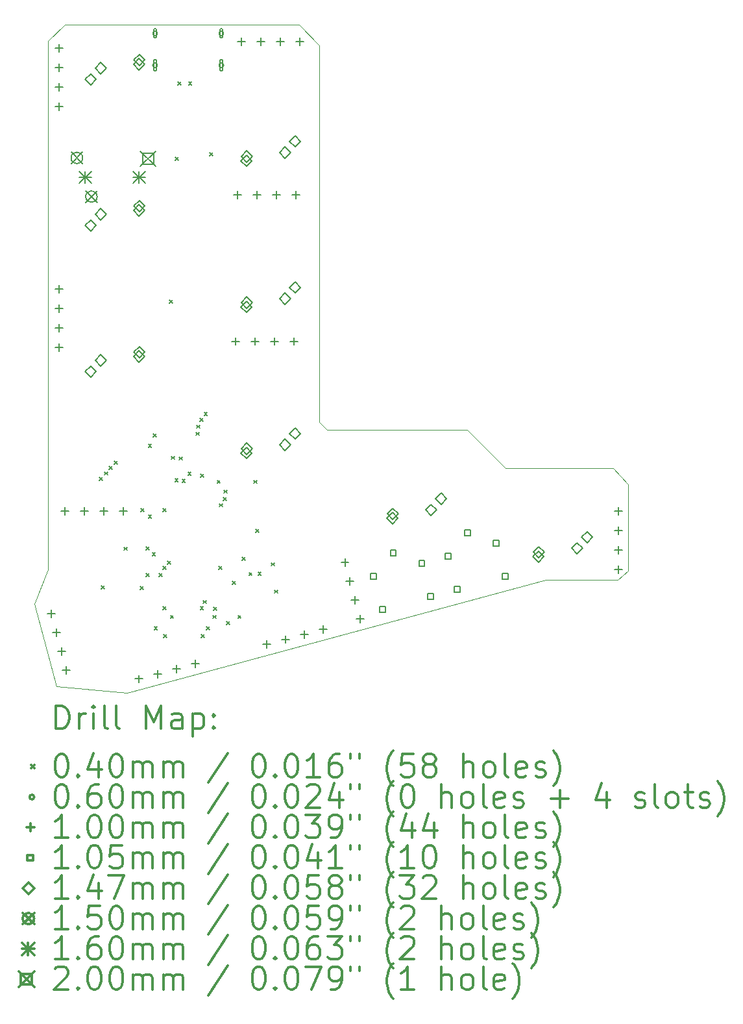
<source format=gbr>
%FSLAX45Y45*%
G04 Gerber Fmt 4.5, Leading zero omitted, Abs format (unit mm)*
G04 Created by KiCad (PCBNEW (5.1.4)-1) date 2023-06-17 18:32:27*
%MOMM*%
%LPD*%
G04 APERTURE LIST*
%ADD10C,0.050000*%
%ADD11C,0.200000*%
%ADD12C,0.300000*%
G04 APERTURE END LIST*
D10*
X18940000Y-43950000D02*
X19040000Y-44050000D01*
X22770000Y-44550000D02*
X22971202Y-44760000D01*
X22770000Y-44550000D02*
X21370000Y-44550000D01*
X20870000Y-44050000D02*
X19040000Y-44050000D01*
X20870000Y-44050000D02*
X21370000Y-44550000D01*
X21891203Y-46011032D02*
X16430391Y-47480918D01*
X18941203Y-39036032D02*
X18940000Y-43950000D01*
X15399750Y-43338677D02*
X15400903Y-45039647D01*
X15400249Y-45873435D02*
X15401485Y-45141609D01*
X21911203Y-46011032D02*
X21891203Y-46011032D01*
X15402190Y-38980639D02*
X15399750Y-43338677D01*
X15508251Y-47394663D02*
X15220438Y-46318483D01*
X15402190Y-38980639D02*
X15621203Y-38766032D01*
X15508251Y-47394663D02*
X16430391Y-47480918D01*
X18671203Y-38766032D02*
X15621203Y-38766032D01*
X15401485Y-45141609D02*
X15400903Y-45039647D01*
X15400249Y-45873435D02*
X15220438Y-46318483D01*
X22971202Y-44760000D02*
X22971202Y-45891032D01*
X18671203Y-38766032D02*
X18941203Y-39036032D01*
X21911203Y-46011032D02*
X22831202Y-46011032D01*
X22971202Y-45891032D02*
X22831202Y-46011032D01*
D11*
X16070000Y-44670000D02*
X16110000Y-44710000D01*
X16110000Y-44670000D02*
X16070000Y-44710000D01*
X16096000Y-46085000D02*
X16136000Y-46125000D01*
X16136000Y-46085000D02*
X16096000Y-46125000D01*
X16139161Y-44598273D02*
X16179161Y-44638273D01*
X16179161Y-44598273D02*
X16139161Y-44638273D01*
X16196773Y-44525648D02*
X16236773Y-44565648D01*
X16236773Y-44525648D02*
X16196773Y-44565648D01*
X16262939Y-44460721D02*
X16302939Y-44500721D01*
X16302939Y-44460721D02*
X16262939Y-44500721D01*
X16390000Y-45580000D02*
X16430000Y-45620000D01*
X16430000Y-45580000D02*
X16390000Y-45620000D01*
X16602300Y-46092699D02*
X16642300Y-46132699D01*
X16642300Y-46092699D02*
X16602300Y-46132699D01*
X16612500Y-45077500D02*
X16652500Y-45117500D01*
X16652500Y-45077500D02*
X16612500Y-45117500D01*
X16680000Y-45577599D02*
X16720000Y-45617599D01*
X16720000Y-45577599D02*
X16680000Y-45617599D01*
X16680001Y-45925000D02*
X16720001Y-45965000D01*
X16720001Y-45925000D02*
X16680001Y-45965000D01*
X16708000Y-44238000D02*
X16748000Y-44278000D01*
X16748000Y-44238000D02*
X16708000Y-44278000D01*
X16708235Y-45163234D02*
X16748235Y-45203234D01*
X16748235Y-45163234D02*
X16708235Y-45203234D01*
X16759299Y-45655299D02*
X16799299Y-45695299D01*
X16799299Y-45655299D02*
X16759299Y-45695299D01*
X16772000Y-44103000D02*
X16812000Y-44143000D01*
X16812000Y-44103000D02*
X16772000Y-44143000D01*
X16785000Y-46615000D02*
X16825000Y-46655000D01*
X16825000Y-46615000D02*
X16785000Y-46655000D01*
X16847498Y-45922502D02*
X16887498Y-45962502D01*
X16887498Y-45922502D02*
X16847498Y-45962502D01*
X16898247Y-45833005D02*
X16938247Y-45873005D01*
X16938247Y-45833005D02*
X16898247Y-45873005D01*
X16900000Y-45080000D02*
X16940000Y-45120000D01*
X16940000Y-45080000D02*
X16900000Y-45120000D01*
X16900000Y-46355000D02*
X16940000Y-46395000D01*
X16940000Y-46355000D02*
X16900000Y-46395000D01*
X16905000Y-46720000D02*
X16945000Y-46760000D01*
X16945000Y-46720000D02*
X16905000Y-46760000D01*
X16960021Y-45763886D02*
X17000021Y-45803886D01*
X17000021Y-45763886D02*
X16960021Y-45803886D01*
X16984313Y-42357499D02*
X17024313Y-42397499D01*
X17024313Y-42357499D02*
X16984313Y-42397499D01*
X16995000Y-46470000D02*
X17035000Y-46510000D01*
X17035000Y-46470000D02*
X16995000Y-46510000D01*
X17007500Y-44395000D02*
X17047500Y-44435000D01*
X17047500Y-44395000D02*
X17007500Y-44435000D01*
X17055000Y-44685000D02*
X17095000Y-44725000D01*
X17095000Y-44685000D02*
X17055000Y-44725000D01*
X17060000Y-40495000D02*
X17100000Y-40535000D01*
X17100000Y-40495000D02*
X17060000Y-40535000D01*
X17092500Y-39512500D02*
X17132500Y-39552500D01*
X17132500Y-39512500D02*
X17092500Y-39552500D01*
X17112500Y-44405000D02*
X17152500Y-44445000D01*
X17152500Y-44405000D02*
X17112500Y-44445000D01*
X17147182Y-44694793D02*
X17187182Y-44734793D01*
X17187182Y-44694793D02*
X17147182Y-44734793D01*
X17224358Y-44600642D02*
X17264358Y-44640642D01*
X17264358Y-44600642D02*
X17224358Y-44640642D01*
X17232500Y-39515000D02*
X17272500Y-39555000D01*
X17272500Y-39515000D02*
X17232500Y-39555000D01*
X17333038Y-44082598D02*
X17373038Y-44122598D01*
X17373038Y-44082598D02*
X17333038Y-44122598D01*
X17336306Y-43989955D02*
X17376306Y-44029955D01*
X17376306Y-43989955D02*
X17336306Y-44029955D01*
X17382049Y-43897276D02*
X17422049Y-43937276D01*
X17422049Y-43897276D02*
X17382049Y-43937276D01*
X17384714Y-46358490D02*
X17424714Y-46398490D01*
X17424714Y-46358490D02*
X17384714Y-46398490D01*
X17390000Y-44630000D02*
X17430000Y-44670000D01*
X17430000Y-44630000D02*
X17390000Y-44670000D01*
X17400000Y-46720000D02*
X17440000Y-46760000D01*
X17440000Y-46720000D02*
X17400000Y-46760000D01*
X17425000Y-46275000D02*
X17465000Y-46315000D01*
X17465000Y-46275000D02*
X17425000Y-46315000D01*
X17435854Y-43821788D02*
X17475854Y-43861788D01*
X17475854Y-43821788D02*
X17435854Y-43861788D01*
X17462901Y-46615000D02*
X17502901Y-46655000D01*
X17502901Y-46615000D02*
X17462901Y-46655000D01*
X17511000Y-40438897D02*
X17551000Y-40478897D01*
X17551000Y-40438897D02*
X17511000Y-40478897D01*
X17553000Y-46469999D02*
X17593000Y-46509999D01*
X17593000Y-46469999D02*
X17553000Y-46509999D01*
X17560587Y-46361890D02*
X17600587Y-46401890D01*
X17600587Y-46361890D02*
X17560587Y-46401890D01*
X17605586Y-44709414D02*
X17645586Y-44749414D01*
X17645586Y-44709414D02*
X17605586Y-44749414D01*
X17627700Y-45832300D02*
X17667700Y-45872300D01*
X17667700Y-45832300D02*
X17627700Y-45872300D01*
X17636146Y-45012431D02*
X17676146Y-45052431D01*
X17676146Y-45012431D02*
X17636146Y-45052431D01*
X17687238Y-44935080D02*
X17727238Y-44975080D01*
X17727238Y-44935080D02*
X17687238Y-44975080D01*
X17692499Y-44835000D02*
X17732499Y-44875000D01*
X17732499Y-44835000D02*
X17692499Y-44875000D01*
X17730400Y-46550000D02*
X17770400Y-46590000D01*
X17770400Y-46550000D02*
X17730400Y-46590000D01*
X17802500Y-46025000D02*
X17842500Y-46065000D01*
X17842500Y-46025000D02*
X17802500Y-46065000D01*
X17876915Y-46470000D02*
X17916915Y-46510000D01*
X17916915Y-46470000D02*
X17876915Y-46510000D01*
X17931836Y-45711836D02*
X17971836Y-45751836D01*
X17971836Y-45711836D02*
X17931836Y-45751836D01*
X18021115Y-45911726D02*
X18061115Y-45951726D01*
X18061115Y-45911726D02*
X18021115Y-45951726D01*
X18084107Y-44709414D02*
X18124107Y-44749414D01*
X18124107Y-44709414D02*
X18084107Y-44749414D01*
X18108382Y-45347895D02*
X18148382Y-45387895D01*
X18148382Y-45347895D02*
X18108382Y-45387895D01*
X18138420Y-45906164D02*
X18178420Y-45946164D01*
X18178420Y-45906164D02*
X18138420Y-45946164D01*
X18312500Y-45785000D02*
X18352500Y-45825000D01*
X18352500Y-45785000D02*
X18312500Y-45825000D01*
X18352500Y-46140000D02*
X18392500Y-46180000D01*
X18392500Y-46140000D02*
X18352500Y-46180000D01*
X16825500Y-38881000D02*
G75*
G03X16825500Y-38881000I-30000J0D01*
G01*
X16775500Y-38841000D02*
X16775500Y-38921000D01*
X16815500Y-38841000D02*
X16815500Y-38921000D01*
X16775500Y-38921000D02*
G75*
G03X16815500Y-38921000I20000J0D01*
G01*
X16815500Y-38841000D02*
G75*
G03X16775500Y-38841000I-20000J0D01*
G01*
X16825500Y-39298000D02*
G75*
G03X16825500Y-39298000I-30000J0D01*
G01*
X16775500Y-39243000D02*
X16775500Y-39353000D01*
X16815500Y-39243000D02*
X16815500Y-39353000D01*
X16775500Y-39353000D02*
G75*
G03X16815500Y-39353000I20000J0D01*
G01*
X16815500Y-39243000D02*
G75*
G03X16775500Y-39243000I-20000J0D01*
G01*
X17689500Y-38881000D02*
G75*
G03X17689500Y-38881000I-30000J0D01*
G01*
X17639500Y-38841000D02*
X17639500Y-38921000D01*
X17679500Y-38841000D02*
X17679500Y-38921000D01*
X17639500Y-38921000D02*
G75*
G03X17679500Y-38921000I20000J0D01*
G01*
X17679500Y-38841000D02*
G75*
G03X17639500Y-38841000I-20000J0D01*
G01*
X17689500Y-39298000D02*
G75*
G03X17689500Y-39298000I-30000J0D01*
G01*
X17639500Y-39243000D02*
X17639500Y-39353000D01*
X17679500Y-39243000D02*
X17679500Y-39353000D01*
X17639500Y-39353000D02*
G75*
G03X17679500Y-39353000I20000J0D01*
G01*
X17679500Y-39243000D02*
G75*
G03X17639500Y-39243000I-20000J0D01*
G01*
X17843672Y-42845785D02*
X17843672Y-42945785D01*
X17793672Y-42895785D02*
X17893672Y-42895785D01*
X18097672Y-42845785D02*
X18097672Y-42945785D01*
X18047672Y-42895785D02*
X18147672Y-42895785D01*
X18351672Y-42845785D02*
X18351672Y-42945785D01*
X18301672Y-42895785D02*
X18401672Y-42895785D01*
X18605672Y-42845785D02*
X18605672Y-42945785D01*
X18555672Y-42895785D02*
X18655672Y-42895785D01*
X22841202Y-45061032D02*
X22841202Y-45161032D01*
X22791202Y-45111032D02*
X22891202Y-45111032D01*
X22841202Y-45315032D02*
X22841202Y-45415032D01*
X22791202Y-45365032D02*
X22891202Y-45365032D01*
X22841202Y-45569032D02*
X22841202Y-45669032D01*
X22791202Y-45619032D02*
X22891202Y-45619032D01*
X22841202Y-45823032D02*
X22841202Y-45923032D01*
X22791202Y-45873032D02*
X22891202Y-45873032D01*
X17873901Y-40934201D02*
X17873901Y-41034201D01*
X17823901Y-40984201D02*
X17923901Y-40984201D01*
X18127901Y-40934201D02*
X18127901Y-41034201D01*
X18077901Y-40984201D02*
X18177901Y-40984201D01*
X18381901Y-40934201D02*
X18381901Y-41034201D01*
X18331901Y-40984201D02*
X18431901Y-40984201D01*
X18635901Y-40934201D02*
X18635901Y-41034201D01*
X18585901Y-40984201D02*
X18685901Y-40984201D01*
X19272643Y-45730790D02*
X19272643Y-45830790D01*
X19222643Y-45780790D02*
X19322643Y-45780790D01*
X19338383Y-45976135D02*
X19338383Y-46076135D01*
X19288383Y-46026135D02*
X19388383Y-46026135D01*
X19404123Y-46221481D02*
X19404123Y-46321481D01*
X19354123Y-46271481D02*
X19454123Y-46271481D01*
X19469863Y-46466826D02*
X19469863Y-46566826D01*
X19419863Y-46516826D02*
X19519863Y-46516826D01*
X17921000Y-38936000D02*
X17921000Y-39036000D01*
X17871000Y-38986000D02*
X17971000Y-38986000D01*
X18175000Y-38936000D02*
X18175000Y-39036000D01*
X18125000Y-38986000D02*
X18225000Y-38986000D01*
X18429000Y-38936000D02*
X18429000Y-39036000D01*
X18379000Y-38986000D02*
X18479000Y-38986000D01*
X18683000Y-38936000D02*
X18683000Y-39036000D01*
X18633000Y-38986000D02*
X18733000Y-38986000D01*
X18255167Y-46798252D02*
X18255167Y-46898252D01*
X18205167Y-46848252D02*
X18305167Y-46848252D01*
X18500512Y-46732512D02*
X18500512Y-46832512D01*
X18450512Y-46782512D02*
X18550512Y-46782512D01*
X18745857Y-46666772D02*
X18745857Y-46766772D01*
X18695857Y-46716772D02*
X18795857Y-46716772D01*
X18991202Y-46601032D02*
X18991202Y-46701032D01*
X18941202Y-46651032D02*
X19041202Y-46651032D01*
X16585167Y-47248252D02*
X16585167Y-47348252D01*
X16535167Y-47298252D02*
X16635167Y-47298252D01*
X16830512Y-47182512D02*
X16830512Y-47282512D01*
X16780512Y-47232512D02*
X16880512Y-47232512D01*
X17075857Y-47116772D02*
X17075857Y-47216772D01*
X17025857Y-47166772D02*
X17125857Y-47166772D01*
X17321203Y-47051032D02*
X17321203Y-47151032D01*
X17271203Y-47101032D02*
X17371203Y-47101032D01*
X15441893Y-46395462D02*
X15441893Y-46495462D01*
X15391893Y-46445462D02*
X15491893Y-46445462D01*
X15507633Y-46640807D02*
X15507633Y-46740807D01*
X15457633Y-46690807D02*
X15557633Y-46690807D01*
X15573373Y-46886153D02*
X15573373Y-46986153D01*
X15523373Y-46936153D02*
X15623373Y-46936153D01*
X15639113Y-47131498D02*
X15639113Y-47231498D01*
X15589113Y-47181498D02*
X15689113Y-47181498D01*
X15541202Y-42161028D02*
X15541202Y-42261028D01*
X15491202Y-42211028D02*
X15591202Y-42211028D01*
X15541202Y-42415028D02*
X15541202Y-42515028D01*
X15491202Y-42465028D02*
X15591202Y-42465028D01*
X15541202Y-42669028D02*
X15541202Y-42769028D01*
X15491202Y-42719028D02*
X15591202Y-42719028D01*
X15541202Y-42923028D02*
X15541202Y-43023028D01*
X15491202Y-42973028D02*
X15591202Y-42973028D01*
X15545873Y-39026079D02*
X15545873Y-39126079D01*
X15495873Y-39076079D02*
X15595873Y-39076079D01*
X15545873Y-39280079D02*
X15545873Y-39380079D01*
X15495873Y-39330079D02*
X15595873Y-39330079D01*
X15545873Y-39534079D02*
X15545873Y-39634079D01*
X15495873Y-39584079D02*
X15595873Y-39584079D01*
X15545873Y-39788079D02*
X15545873Y-39888079D01*
X15495873Y-39838079D02*
X15595873Y-39838079D01*
X15619592Y-45058497D02*
X15619592Y-45158497D01*
X15569592Y-45108497D02*
X15669592Y-45108497D01*
X15873592Y-45058497D02*
X15873592Y-45158497D01*
X15823592Y-45108497D02*
X15923592Y-45108497D01*
X16127592Y-45058497D02*
X16127592Y-45158497D01*
X16077592Y-45108497D02*
X16177592Y-45108497D01*
X16381592Y-45058497D02*
X16381592Y-45158497D01*
X16331592Y-45108497D02*
X16431592Y-45108497D01*
X19684731Y-45994556D02*
X19684731Y-45920309D01*
X19610484Y-45920309D01*
X19610484Y-45994556D01*
X19684731Y-45994556D01*
X19801958Y-46429019D02*
X19801958Y-46354772D01*
X19727711Y-46354772D01*
X19727711Y-46429019D01*
X19801958Y-46429019D01*
X19939897Y-45692661D02*
X19939897Y-45618414D01*
X19865650Y-45618414D01*
X19865650Y-45692661D01*
X19939897Y-45692661D01*
X20312289Y-45825228D02*
X20312289Y-45750981D01*
X20238042Y-45750981D01*
X20238042Y-45825228D01*
X20312289Y-45825228D01*
X20429516Y-46259691D02*
X20429516Y-46185444D01*
X20355269Y-46185444D01*
X20355269Y-46259691D01*
X20429516Y-46259691D01*
X20654731Y-45734556D02*
X20654731Y-45660309D01*
X20580484Y-45660309D01*
X20580484Y-45734556D01*
X20654731Y-45734556D01*
X20771958Y-46169019D02*
X20771958Y-46094772D01*
X20697711Y-46094772D01*
X20697711Y-46169019D01*
X20771958Y-46169019D01*
X20909897Y-45432661D02*
X20909897Y-45358414D01*
X20835650Y-45358414D01*
X20835650Y-45432661D01*
X20909897Y-45432661D01*
X21282289Y-45565228D02*
X21282289Y-45490981D01*
X21208042Y-45490981D01*
X21208042Y-45565228D01*
X21282289Y-45565228D01*
X21399516Y-45999691D02*
X21399516Y-45925444D01*
X21325269Y-45925444D01*
X21325269Y-45999691D01*
X21399516Y-45999691D01*
X15955202Y-41460532D02*
X16028702Y-41387032D01*
X15955202Y-41313532D01*
X15881702Y-41387032D01*
X15955202Y-41460532D01*
X16086202Y-41314532D02*
X16159702Y-41241032D01*
X16086202Y-41167532D01*
X16012702Y-41241032D01*
X16086202Y-41314532D01*
X16586202Y-41264532D02*
X16659702Y-41191032D01*
X16586202Y-41117532D01*
X16512702Y-41191032D01*
X16586202Y-41264532D01*
X16590202Y-41206532D02*
X16663702Y-41133032D01*
X16590202Y-41059532D01*
X16516702Y-41133032D01*
X16590202Y-41206532D01*
X17987203Y-42522532D02*
X18060703Y-42449032D01*
X17987203Y-42375532D01*
X17913703Y-42449032D01*
X17987203Y-42522532D01*
X17991203Y-42464532D02*
X18064703Y-42391032D01*
X17991203Y-42317532D01*
X17917703Y-42391032D01*
X17991203Y-42464532D01*
X18491203Y-42414532D02*
X18564703Y-42341032D01*
X18491203Y-42267532D01*
X18417703Y-42341032D01*
X18491203Y-42414532D01*
X18622203Y-42268532D02*
X18695703Y-42195032D01*
X18622203Y-42121532D01*
X18548703Y-42195032D01*
X18622203Y-42268532D01*
X19892203Y-45277532D02*
X19965703Y-45204032D01*
X19892203Y-45130532D01*
X19818703Y-45204032D01*
X19892203Y-45277532D01*
X19896203Y-45219532D02*
X19969703Y-45146032D01*
X19896203Y-45072532D01*
X19822703Y-45146032D01*
X19896203Y-45219532D01*
X20396203Y-45169532D02*
X20469703Y-45096032D01*
X20396203Y-45022532D01*
X20322703Y-45096032D01*
X20396203Y-45169532D01*
X20527203Y-45023532D02*
X20600703Y-44950032D01*
X20527203Y-44876532D01*
X20453703Y-44950032D01*
X20527203Y-45023532D01*
X17987203Y-44427532D02*
X18060703Y-44354032D01*
X17987203Y-44280532D01*
X17913703Y-44354032D01*
X17987203Y-44427532D01*
X17991203Y-44369532D02*
X18064703Y-44296032D01*
X17991203Y-44222532D01*
X17917703Y-44296032D01*
X17991203Y-44369532D01*
X18491203Y-44319532D02*
X18564703Y-44246032D01*
X18491203Y-44172532D01*
X18417703Y-44246032D01*
X18491203Y-44319532D01*
X18622203Y-44173532D02*
X18695703Y-44100032D01*
X18622203Y-44026532D01*
X18548703Y-44100032D01*
X18622203Y-44173532D01*
X17987203Y-40617532D02*
X18060703Y-40544032D01*
X17987203Y-40470532D01*
X17913703Y-40544032D01*
X17987203Y-40617532D01*
X17991203Y-40559532D02*
X18064703Y-40486032D01*
X17991203Y-40412532D01*
X17917703Y-40486032D01*
X17991203Y-40559532D01*
X18491203Y-40509532D02*
X18564703Y-40436032D01*
X18491203Y-40362532D01*
X18417703Y-40436032D01*
X18491203Y-40509532D01*
X18622203Y-40363532D02*
X18695703Y-40290032D01*
X18622203Y-40216532D01*
X18548703Y-40290032D01*
X18622203Y-40363532D01*
X15955203Y-39555532D02*
X16028703Y-39482032D01*
X15955203Y-39408532D01*
X15881703Y-39482032D01*
X15955203Y-39555532D01*
X16086203Y-39409532D02*
X16159703Y-39336032D01*
X16086203Y-39262532D01*
X16012703Y-39336032D01*
X16086203Y-39409532D01*
X16586203Y-39359532D02*
X16659703Y-39286032D01*
X16586203Y-39212532D01*
X16512703Y-39286032D01*
X16586203Y-39359532D01*
X16590203Y-39301532D02*
X16663703Y-39228032D01*
X16590203Y-39154532D01*
X16516703Y-39228032D01*
X16590203Y-39301532D01*
X21797203Y-45777532D02*
X21870703Y-45704032D01*
X21797203Y-45630532D01*
X21723703Y-45704032D01*
X21797203Y-45777532D01*
X21801203Y-45719532D02*
X21874703Y-45646032D01*
X21801203Y-45572532D01*
X21727703Y-45646032D01*
X21801203Y-45719532D01*
X22301203Y-45669532D02*
X22374702Y-45596032D01*
X22301203Y-45522532D01*
X22227703Y-45596032D01*
X22301203Y-45669532D01*
X22432202Y-45523532D02*
X22505702Y-45450032D01*
X22432202Y-45376532D01*
X22358703Y-45450032D01*
X22432202Y-45523532D01*
X15955202Y-43365532D02*
X16028702Y-43292032D01*
X15955202Y-43218532D01*
X15881702Y-43292032D01*
X15955202Y-43365532D01*
X16086202Y-43219532D02*
X16159702Y-43146032D01*
X16086202Y-43072532D01*
X16012702Y-43146032D01*
X16086202Y-43219532D01*
X16586202Y-43169532D02*
X16659702Y-43096032D01*
X16586202Y-43022532D01*
X16512702Y-43096032D01*
X16586202Y-43169532D01*
X16590202Y-43111532D02*
X16663702Y-43038032D01*
X16590202Y-42964532D01*
X16516702Y-43038032D01*
X16590202Y-43111532D01*
X15700000Y-40430000D02*
X15850000Y-40580000D01*
X15850000Y-40430000D02*
X15700000Y-40580000D01*
X15850000Y-40505000D02*
G75*
G03X15850000Y-40505000I-75000J0D01*
G01*
X15890000Y-40935000D02*
X16040000Y-41085000D01*
X16040000Y-40935000D02*
X15890000Y-41085000D01*
X16040000Y-41010000D02*
G75*
G03X16040000Y-41010000I-75000J0D01*
G01*
X15805000Y-40677500D02*
X15965000Y-40837500D01*
X15965000Y-40677500D02*
X15805000Y-40837500D01*
X15885000Y-40677500D02*
X15885000Y-40837500D01*
X15805000Y-40757500D02*
X15965000Y-40757500D01*
X16505000Y-40677500D02*
X16665000Y-40837500D01*
X16665000Y-40677500D02*
X16505000Y-40837500D01*
X16585000Y-40677500D02*
X16585000Y-40837500D01*
X16505000Y-40757500D02*
X16665000Y-40757500D01*
X16605000Y-40417500D02*
X16805000Y-40617500D01*
X16805000Y-40417500D02*
X16605000Y-40617500D01*
X16775711Y-40588211D02*
X16775711Y-40446789D01*
X16634289Y-40446789D01*
X16634289Y-40588211D01*
X16775711Y-40588211D01*
D12*
X15504366Y-47949133D02*
X15504366Y-47649133D01*
X15575795Y-47649133D01*
X15618652Y-47663419D01*
X15647223Y-47691990D01*
X15661509Y-47720561D01*
X15675795Y-47777704D01*
X15675795Y-47820561D01*
X15661509Y-47877704D01*
X15647223Y-47906276D01*
X15618652Y-47934847D01*
X15575795Y-47949133D01*
X15504366Y-47949133D01*
X15804366Y-47949133D02*
X15804366Y-47749133D01*
X15804366Y-47806276D02*
X15818652Y-47777704D01*
X15832938Y-47763419D01*
X15861509Y-47749133D01*
X15890080Y-47749133D01*
X15990080Y-47949133D02*
X15990080Y-47749133D01*
X15990080Y-47649133D02*
X15975795Y-47663419D01*
X15990080Y-47677704D01*
X16004366Y-47663419D01*
X15990080Y-47649133D01*
X15990080Y-47677704D01*
X16175795Y-47949133D02*
X16147223Y-47934847D01*
X16132938Y-47906276D01*
X16132938Y-47649133D01*
X16332938Y-47949133D02*
X16304366Y-47934847D01*
X16290080Y-47906276D01*
X16290080Y-47649133D01*
X16675795Y-47949133D02*
X16675795Y-47649133D01*
X16775795Y-47863419D01*
X16875795Y-47649133D01*
X16875795Y-47949133D01*
X17147223Y-47949133D02*
X17147223Y-47791990D01*
X17132938Y-47763419D01*
X17104366Y-47749133D01*
X17047223Y-47749133D01*
X17018652Y-47763419D01*
X17147223Y-47934847D02*
X17118652Y-47949133D01*
X17047223Y-47949133D01*
X17018652Y-47934847D01*
X17004366Y-47906276D01*
X17004366Y-47877704D01*
X17018652Y-47849133D01*
X17047223Y-47834847D01*
X17118652Y-47834847D01*
X17147223Y-47820561D01*
X17290081Y-47749133D02*
X17290081Y-48049133D01*
X17290081Y-47763419D02*
X17318652Y-47749133D01*
X17375795Y-47749133D01*
X17404366Y-47763419D01*
X17418652Y-47777704D01*
X17432938Y-47806276D01*
X17432938Y-47891990D01*
X17418652Y-47920561D01*
X17404366Y-47934847D01*
X17375795Y-47949133D01*
X17318652Y-47949133D01*
X17290081Y-47934847D01*
X17561509Y-47920561D02*
X17575795Y-47934847D01*
X17561509Y-47949133D01*
X17547223Y-47934847D01*
X17561509Y-47920561D01*
X17561509Y-47949133D01*
X17561509Y-47763419D02*
X17575795Y-47777704D01*
X17561509Y-47791990D01*
X17547223Y-47777704D01*
X17561509Y-47763419D01*
X17561509Y-47791990D01*
X15177938Y-48423419D02*
X15217938Y-48463419D01*
X15217938Y-48423419D02*
X15177938Y-48463419D01*
X15561509Y-48279133D02*
X15590080Y-48279133D01*
X15618652Y-48293419D01*
X15632938Y-48307704D01*
X15647223Y-48336276D01*
X15661509Y-48393419D01*
X15661509Y-48464847D01*
X15647223Y-48521990D01*
X15632938Y-48550561D01*
X15618652Y-48564847D01*
X15590080Y-48579133D01*
X15561509Y-48579133D01*
X15532938Y-48564847D01*
X15518652Y-48550561D01*
X15504366Y-48521990D01*
X15490080Y-48464847D01*
X15490080Y-48393419D01*
X15504366Y-48336276D01*
X15518652Y-48307704D01*
X15532938Y-48293419D01*
X15561509Y-48279133D01*
X15790080Y-48550561D02*
X15804366Y-48564847D01*
X15790080Y-48579133D01*
X15775795Y-48564847D01*
X15790080Y-48550561D01*
X15790080Y-48579133D01*
X16061509Y-48379133D02*
X16061509Y-48579133D01*
X15990080Y-48264847D02*
X15918652Y-48479133D01*
X16104366Y-48479133D01*
X16275795Y-48279133D02*
X16304366Y-48279133D01*
X16332938Y-48293419D01*
X16347223Y-48307704D01*
X16361509Y-48336276D01*
X16375795Y-48393419D01*
X16375795Y-48464847D01*
X16361509Y-48521990D01*
X16347223Y-48550561D01*
X16332938Y-48564847D01*
X16304366Y-48579133D01*
X16275795Y-48579133D01*
X16247223Y-48564847D01*
X16232938Y-48550561D01*
X16218652Y-48521990D01*
X16204366Y-48464847D01*
X16204366Y-48393419D01*
X16218652Y-48336276D01*
X16232938Y-48307704D01*
X16247223Y-48293419D01*
X16275795Y-48279133D01*
X16504366Y-48579133D02*
X16504366Y-48379133D01*
X16504366Y-48407704D02*
X16518652Y-48393419D01*
X16547223Y-48379133D01*
X16590080Y-48379133D01*
X16618652Y-48393419D01*
X16632938Y-48421990D01*
X16632938Y-48579133D01*
X16632938Y-48421990D02*
X16647223Y-48393419D01*
X16675795Y-48379133D01*
X16718652Y-48379133D01*
X16747223Y-48393419D01*
X16761509Y-48421990D01*
X16761509Y-48579133D01*
X16904366Y-48579133D02*
X16904366Y-48379133D01*
X16904366Y-48407704D02*
X16918652Y-48393419D01*
X16947223Y-48379133D01*
X16990081Y-48379133D01*
X17018652Y-48393419D01*
X17032938Y-48421990D01*
X17032938Y-48579133D01*
X17032938Y-48421990D02*
X17047223Y-48393419D01*
X17075795Y-48379133D01*
X17118652Y-48379133D01*
X17147223Y-48393419D01*
X17161509Y-48421990D01*
X17161509Y-48579133D01*
X17747223Y-48264847D02*
X17490081Y-48650561D01*
X18132938Y-48279133D02*
X18161509Y-48279133D01*
X18190081Y-48293419D01*
X18204366Y-48307704D01*
X18218652Y-48336276D01*
X18232938Y-48393419D01*
X18232938Y-48464847D01*
X18218652Y-48521990D01*
X18204366Y-48550561D01*
X18190081Y-48564847D01*
X18161509Y-48579133D01*
X18132938Y-48579133D01*
X18104366Y-48564847D01*
X18090081Y-48550561D01*
X18075795Y-48521990D01*
X18061509Y-48464847D01*
X18061509Y-48393419D01*
X18075795Y-48336276D01*
X18090081Y-48307704D01*
X18104366Y-48293419D01*
X18132938Y-48279133D01*
X18361509Y-48550561D02*
X18375795Y-48564847D01*
X18361509Y-48579133D01*
X18347223Y-48564847D01*
X18361509Y-48550561D01*
X18361509Y-48579133D01*
X18561509Y-48279133D02*
X18590081Y-48279133D01*
X18618652Y-48293419D01*
X18632938Y-48307704D01*
X18647223Y-48336276D01*
X18661509Y-48393419D01*
X18661509Y-48464847D01*
X18647223Y-48521990D01*
X18632938Y-48550561D01*
X18618652Y-48564847D01*
X18590081Y-48579133D01*
X18561509Y-48579133D01*
X18532938Y-48564847D01*
X18518652Y-48550561D01*
X18504366Y-48521990D01*
X18490081Y-48464847D01*
X18490081Y-48393419D01*
X18504366Y-48336276D01*
X18518652Y-48307704D01*
X18532938Y-48293419D01*
X18561509Y-48279133D01*
X18947223Y-48579133D02*
X18775795Y-48579133D01*
X18861509Y-48579133D02*
X18861509Y-48279133D01*
X18832938Y-48321990D01*
X18804366Y-48350561D01*
X18775795Y-48364847D01*
X19204366Y-48279133D02*
X19147223Y-48279133D01*
X19118652Y-48293419D01*
X19104366Y-48307704D01*
X19075795Y-48350561D01*
X19061509Y-48407704D01*
X19061509Y-48521990D01*
X19075795Y-48550561D01*
X19090081Y-48564847D01*
X19118652Y-48579133D01*
X19175795Y-48579133D01*
X19204366Y-48564847D01*
X19218652Y-48550561D01*
X19232938Y-48521990D01*
X19232938Y-48450561D01*
X19218652Y-48421990D01*
X19204366Y-48407704D01*
X19175795Y-48393419D01*
X19118652Y-48393419D01*
X19090081Y-48407704D01*
X19075795Y-48421990D01*
X19061509Y-48450561D01*
X19347223Y-48279133D02*
X19347223Y-48336276D01*
X19461509Y-48279133D02*
X19461509Y-48336276D01*
X19904366Y-48693419D02*
X19890081Y-48679133D01*
X19861509Y-48636276D01*
X19847223Y-48607704D01*
X19832938Y-48564847D01*
X19818652Y-48493419D01*
X19818652Y-48436276D01*
X19832938Y-48364847D01*
X19847223Y-48321990D01*
X19861509Y-48293419D01*
X19890081Y-48250561D01*
X19904366Y-48236276D01*
X20161509Y-48279133D02*
X20018652Y-48279133D01*
X20004366Y-48421990D01*
X20018652Y-48407704D01*
X20047223Y-48393419D01*
X20118652Y-48393419D01*
X20147223Y-48407704D01*
X20161509Y-48421990D01*
X20175795Y-48450561D01*
X20175795Y-48521990D01*
X20161509Y-48550561D01*
X20147223Y-48564847D01*
X20118652Y-48579133D01*
X20047223Y-48579133D01*
X20018652Y-48564847D01*
X20004366Y-48550561D01*
X20347223Y-48407704D02*
X20318652Y-48393419D01*
X20304366Y-48379133D01*
X20290081Y-48350561D01*
X20290081Y-48336276D01*
X20304366Y-48307704D01*
X20318652Y-48293419D01*
X20347223Y-48279133D01*
X20404366Y-48279133D01*
X20432938Y-48293419D01*
X20447223Y-48307704D01*
X20461509Y-48336276D01*
X20461509Y-48350561D01*
X20447223Y-48379133D01*
X20432938Y-48393419D01*
X20404366Y-48407704D01*
X20347223Y-48407704D01*
X20318652Y-48421990D01*
X20304366Y-48436276D01*
X20290081Y-48464847D01*
X20290081Y-48521990D01*
X20304366Y-48550561D01*
X20318652Y-48564847D01*
X20347223Y-48579133D01*
X20404366Y-48579133D01*
X20432938Y-48564847D01*
X20447223Y-48550561D01*
X20461509Y-48521990D01*
X20461509Y-48464847D01*
X20447223Y-48436276D01*
X20432938Y-48421990D01*
X20404366Y-48407704D01*
X20818652Y-48579133D02*
X20818652Y-48279133D01*
X20947223Y-48579133D02*
X20947223Y-48421990D01*
X20932938Y-48393419D01*
X20904366Y-48379133D01*
X20861509Y-48379133D01*
X20832938Y-48393419D01*
X20818652Y-48407704D01*
X21132938Y-48579133D02*
X21104366Y-48564847D01*
X21090081Y-48550561D01*
X21075795Y-48521990D01*
X21075795Y-48436276D01*
X21090081Y-48407704D01*
X21104366Y-48393419D01*
X21132938Y-48379133D01*
X21175795Y-48379133D01*
X21204366Y-48393419D01*
X21218652Y-48407704D01*
X21232938Y-48436276D01*
X21232938Y-48521990D01*
X21218652Y-48550561D01*
X21204366Y-48564847D01*
X21175795Y-48579133D01*
X21132938Y-48579133D01*
X21404366Y-48579133D02*
X21375795Y-48564847D01*
X21361509Y-48536276D01*
X21361509Y-48279133D01*
X21632938Y-48564847D02*
X21604366Y-48579133D01*
X21547223Y-48579133D01*
X21518652Y-48564847D01*
X21504366Y-48536276D01*
X21504366Y-48421990D01*
X21518652Y-48393419D01*
X21547223Y-48379133D01*
X21604366Y-48379133D01*
X21632938Y-48393419D01*
X21647223Y-48421990D01*
X21647223Y-48450561D01*
X21504366Y-48479133D01*
X21761509Y-48564847D02*
X21790081Y-48579133D01*
X21847223Y-48579133D01*
X21875795Y-48564847D01*
X21890081Y-48536276D01*
X21890081Y-48521990D01*
X21875795Y-48493419D01*
X21847223Y-48479133D01*
X21804366Y-48479133D01*
X21775795Y-48464847D01*
X21761509Y-48436276D01*
X21761509Y-48421990D01*
X21775795Y-48393419D01*
X21804366Y-48379133D01*
X21847223Y-48379133D01*
X21875795Y-48393419D01*
X21990081Y-48693419D02*
X22004366Y-48679133D01*
X22032938Y-48636276D01*
X22047223Y-48607704D01*
X22061509Y-48564847D01*
X22075795Y-48493419D01*
X22075795Y-48436276D01*
X22061509Y-48364847D01*
X22047223Y-48321990D01*
X22032938Y-48293419D01*
X22004366Y-48250561D01*
X21990081Y-48236276D01*
X15217938Y-48839419D02*
G75*
G03X15217938Y-48839419I-30000J0D01*
G01*
X15561509Y-48675133D02*
X15590080Y-48675133D01*
X15618652Y-48689419D01*
X15632938Y-48703704D01*
X15647223Y-48732276D01*
X15661509Y-48789419D01*
X15661509Y-48860847D01*
X15647223Y-48917990D01*
X15632938Y-48946561D01*
X15618652Y-48960847D01*
X15590080Y-48975133D01*
X15561509Y-48975133D01*
X15532938Y-48960847D01*
X15518652Y-48946561D01*
X15504366Y-48917990D01*
X15490080Y-48860847D01*
X15490080Y-48789419D01*
X15504366Y-48732276D01*
X15518652Y-48703704D01*
X15532938Y-48689419D01*
X15561509Y-48675133D01*
X15790080Y-48946561D02*
X15804366Y-48960847D01*
X15790080Y-48975133D01*
X15775795Y-48960847D01*
X15790080Y-48946561D01*
X15790080Y-48975133D01*
X16061509Y-48675133D02*
X16004366Y-48675133D01*
X15975795Y-48689419D01*
X15961509Y-48703704D01*
X15932938Y-48746561D01*
X15918652Y-48803704D01*
X15918652Y-48917990D01*
X15932938Y-48946561D01*
X15947223Y-48960847D01*
X15975795Y-48975133D01*
X16032938Y-48975133D01*
X16061509Y-48960847D01*
X16075795Y-48946561D01*
X16090080Y-48917990D01*
X16090080Y-48846561D01*
X16075795Y-48817990D01*
X16061509Y-48803704D01*
X16032938Y-48789419D01*
X15975795Y-48789419D01*
X15947223Y-48803704D01*
X15932938Y-48817990D01*
X15918652Y-48846561D01*
X16275795Y-48675133D02*
X16304366Y-48675133D01*
X16332938Y-48689419D01*
X16347223Y-48703704D01*
X16361509Y-48732276D01*
X16375795Y-48789419D01*
X16375795Y-48860847D01*
X16361509Y-48917990D01*
X16347223Y-48946561D01*
X16332938Y-48960847D01*
X16304366Y-48975133D01*
X16275795Y-48975133D01*
X16247223Y-48960847D01*
X16232938Y-48946561D01*
X16218652Y-48917990D01*
X16204366Y-48860847D01*
X16204366Y-48789419D01*
X16218652Y-48732276D01*
X16232938Y-48703704D01*
X16247223Y-48689419D01*
X16275795Y-48675133D01*
X16504366Y-48975133D02*
X16504366Y-48775133D01*
X16504366Y-48803704D02*
X16518652Y-48789419D01*
X16547223Y-48775133D01*
X16590080Y-48775133D01*
X16618652Y-48789419D01*
X16632938Y-48817990D01*
X16632938Y-48975133D01*
X16632938Y-48817990D02*
X16647223Y-48789419D01*
X16675795Y-48775133D01*
X16718652Y-48775133D01*
X16747223Y-48789419D01*
X16761509Y-48817990D01*
X16761509Y-48975133D01*
X16904366Y-48975133D02*
X16904366Y-48775133D01*
X16904366Y-48803704D02*
X16918652Y-48789419D01*
X16947223Y-48775133D01*
X16990081Y-48775133D01*
X17018652Y-48789419D01*
X17032938Y-48817990D01*
X17032938Y-48975133D01*
X17032938Y-48817990D02*
X17047223Y-48789419D01*
X17075795Y-48775133D01*
X17118652Y-48775133D01*
X17147223Y-48789419D01*
X17161509Y-48817990D01*
X17161509Y-48975133D01*
X17747223Y-48660847D02*
X17490081Y-49046561D01*
X18132938Y-48675133D02*
X18161509Y-48675133D01*
X18190081Y-48689419D01*
X18204366Y-48703704D01*
X18218652Y-48732276D01*
X18232938Y-48789419D01*
X18232938Y-48860847D01*
X18218652Y-48917990D01*
X18204366Y-48946561D01*
X18190081Y-48960847D01*
X18161509Y-48975133D01*
X18132938Y-48975133D01*
X18104366Y-48960847D01*
X18090081Y-48946561D01*
X18075795Y-48917990D01*
X18061509Y-48860847D01*
X18061509Y-48789419D01*
X18075795Y-48732276D01*
X18090081Y-48703704D01*
X18104366Y-48689419D01*
X18132938Y-48675133D01*
X18361509Y-48946561D02*
X18375795Y-48960847D01*
X18361509Y-48975133D01*
X18347223Y-48960847D01*
X18361509Y-48946561D01*
X18361509Y-48975133D01*
X18561509Y-48675133D02*
X18590081Y-48675133D01*
X18618652Y-48689419D01*
X18632938Y-48703704D01*
X18647223Y-48732276D01*
X18661509Y-48789419D01*
X18661509Y-48860847D01*
X18647223Y-48917990D01*
X18632938Y-48946561D01*
X18618652Y-48960847D01*
X18590081Y-48975133D01*
X18561509Y-48975133D01*
X18532938Y-48960847D01*
X18518652Y-48946561D01*
X18504366Y-48917990D01*
X18490081Y-48860847D01*
X18490081Y-48789419D01*
X18504366Y-48732276D01*
X18518652Y-48703704D01*
X18532938Y-48689419D01*
X18561509Y-48675133D01*
X18775795Y-48703704D02*
X18790081Y-48689419D01*
X18818652Y-48675133D01*
X18890081Y-48675133D01*
X18918652Y-48689419D01*
X18932938Y-48703704D01*
X18947223Y-48732276D01*
X18947223Y-48760847D01*
X18932938Y-48803704D01*
X18761509Y-48975133D01*
X18947223Y-48975133D01*
X19204366Y-48775133D02*
X19204366Y-48975133D01*
X19132938Y-48660847D02*
X19061509Y-48875133D01*
X19247223Y-48875133D01*
X19347223Y-48675133D02*
X19347223Y-48732276D01*
X19461509Y-48675133D02*
X19461509Y-48732276D01*
X19904366Y-49089419D02*
X19890081Y-49075133D01*
X19861509Y-49032276D01*
X19847223Y-49003704D01*
X19832938Y-48960847D01*
X19818652Y-48889419D01*
X19818652Y-48832276D01*
X19832938Y-48760847D01*
X19847223Y-48717990D01*
X19861509Y-48689419D01*
X19890081Y-48646561D01*
X19904366Y-48632276D01*
X20075795Y-48675133D02*
X20104366Y-48675133D01*
X20132938Y-48689419D01*
X20147223Y-48703704D01*
X20161509Y-48732276D01*
X20175795Y-48789419D01*
X20175795Y-48860847D01*
X20161509Y-48917990D01*
X20147223Y-48946561D01*
X20132938Y-48960847D01*
X20104366Y-48975133D01*
X20075795Y-48975133D01*
X20047223Y-48960847D01*
X20032938Y-48946561D01*
X20018652Y-48917990D01*
X20004366Y-48860847D01*
X20004366Y-48789419D01*
X20018652Y-48732276D01*
X20032938Y-48703704D01*
X20047223Y-48689419D01*
X20075795Y-48675133D01*
X20532938Y-48975133D02*
X20532938Y-48675133D01*
X20661509Y-48975133D02*
X20661509Y-48817990D01*
X20647223Y-48789419D01*
X20618652Y-48775133D01*
X20575795Y-48775133D01*
X20547223Y-48789419D01*
X20532938Y-48803704D01*
X20847223Y-48975133D02*
X20818652Y-48960847D01*
X20804366Y-48946561D01*
X20790081Y-48917990D01*
X20790081Y-48832276D01*
X20804366Y-48803704D01*
X20818652Y-48789419D01*
X20847223Y-48775133D01*
X20890081Y-48775133D01*
X20918652Y-48789419D01*
X20932938Y-48803704D01*
X20947223Y-48832276D01*
X20947223Y-48917990D01*
X20932938Y-48946561D01*
X20918652Y-48960847D01*
X20890081Y-48975133D01*
X20847223Y-48975133D01*
X21118652Y-48975133D02*
X21090081Y-48960847D01*
X21075795Y-48932276D01*
X21075795Y-48675133D01*
X21347223Y-48960847D02*
X21318652Y-48975133D01*
X21261509Y-48975133D01*
X21232938Y-48960847D01*
X21218652Y-48932276D01*
X21218652Y-48817990D01*
X21232938Y-48789419D01*
X21261509Y-48775133D01*
X21318652Y-48775133D01*
X21347223Y-48789419D01*
X21361509Y-48817990D01*
X21361509Y-48846561D01*
X21218652Y-48875133D01*
X21475795Y-48960847D02*
X21504366Y-48975133D01*
X21561509Y-48975133D01*
X21590081Y-48960847D01*
X21604366Y-48932276D01*
X21604366Y-48917990D01*
X21590081Y-48889419D01*
X21561509Y-48875133D01*
X21518652Y-48875133D01*
X21490081Y-48860847D01*
X21475795Y-48832276D01*
X21475795Y-48817990D01*
X21490081Y-48789419D01*
X21518652Y-48775133D01*
X21561509Y-48775133D01*
X21590081Y-48789419D01*
X21961509Y-48860847D02*
X22190081Y-48860847D01*
X22075795Y-48975133D02*
X22075795Y-48746561D01*
X22690080Y-48775133D02*
X22690080Y-48975133D01*
X22618652Y-48660847D02*
X22547223Y-48875133D01*
X22732938Y-48875133D01*
X23061509Y-48960847D02*
X23090080Y-48975133D01*
X23147223Y-48975133D01*
X23175795Y-48960847D01*
X23190080Y-48932276D01*
X23190080Y-48917990D01*
X23175795Y-48889419D01*
X23147223Y-48875133D01*
X23104366Y-48875133D01*
X23075795Y-48860847D01*
X23061509Y-48832276D01*
X23061509Y-48817990D01*
X23075795Y-48789419D01*
X23104366Y-48775133D01*
X23147223Y-48775133D01*
X23175795Y-48789419D01*
X23361509Y-48975133D02*
X23332938Y-48960847D01*
X23318652Y-48932276D01*
X23318652Y-48675133D01*
X23518652Y-48975133D02*
X23490080Y-48960847D01*
X23475795Y-48946561D01*
X23461509Y-48917990D01*
X23461509Y-48832276D01*
X23475795Y-48803704D01*
X23490080Y-48789419D01*
X23518652Y-48775133D01*
X23561509Y-48775133D01*
X23590080Y-48789419D01*
X23604366Y-48803704D01*
X23618652Y-48832276D01*
X23618652Y-48917990D01*
X23604366Y-48946561D01*
X23590080Y-48960847D01*
X23561509Y-48975133D01*
X23518652Y-48975133D01*
X23704366Y-48775133D02*
X23818652Y-48775133D01*
X23747223Y-48675133D02*
X23747223Y-48932276D01*
X23761509Y-48960847D01*
X23790080Y-48975133D01*
X23818652Y-48975133D01*
X23904366Y-48960847D02*
X23932938Y-48975133D01*
X23990080Y-48975133D01*
X24018652Y-48960847D01*
X24032938Y-48932276D01*
X24032938Y-48917990D01*
X24018652Y-48889419D01*
X23990080Y-48875133D01*
X23947223Y-48875133D01*
X23918652Y-48860847D01*
X23904366Y-48832276D01*
X23904366Y-48817990D01*
X23918652Y-48789419D01*
X23947223Y-48775133D01*
X23990080Y-48775133D01*
X24018652Y-48789419D01*
X24132938Y-49089419D02*
X24147223Y-49075133D01*
X24175795Y-49032276D01*
X24190080Y-49003704D01*
X24204366Y-48960847D01*
X24218652Y-48889419D01*
X24218652Y-48832276D01*
X24204366Y-48760847D01*
X24190080Y-48717990D01*
X24175795Y-48689419D01*
X24147223Y-48646561D01*
X24132938Y-48632276D01*
X15167938Y-49185419D02*
X15167938Y-49285419D01*
X15117938Y-49235419D02*
X15217938Y-49235419D01*
X15661509Y-49371133D02*
X15490080Y-49371133D01*
X15575795Y-49371133D02*
X15575795Y-49071133D01*
X15547223Y-49113990D01*
X15518652Y-49142561D01*
X15490080Y-49156847D01*
X15790080Y-49342561D02*
X15804366Y-49356847D01*
X15790080Y-49371133D01*
X15775795Y-49356847D01*
X15790080Y-49342561D01*
X15790080Y-49371133D01*
X15990080Y-49071133D02*
X16018652Y-49071133D01*
X16047223Y-49085419D01*
X16061509Y-49099704D01*
X16075795Y-49128276D01*
X16090080Y-49185419D01*
X16090080Y-49256847D01*
X16075795Y-49313990D01*
X16061509Y-49342561D01*
X16047223Y-49356847D01*
X16018652Y-49371133D01*
X15990080Y-49371133D01*
X15961509Y-49356847D01*
X15947223Y-49342561D01*
X15932938Y-49313990D01*
X15918652Y-49256847D01*
X15918652Y-49185419D01*
X15932938Y-49128276D01*
X15947223Y-49099704D01*
X15961509Y-49085419D01*
X15990080Y-49071133D01*
X16275795Y-49071133D02*
X16304366Y-49071133D01*
X16332938Y-49085419D01*
X16347223Y-49099704D01*
X16361509Y-49128276D01*
X16375795Y-49185419D01*
X16375795Y-49256847D01*
X16361509Y-49313990D01*
X16347223Y-49342561D01*
X16332938Y-49356847D01*
X16304366Y-49371133D01*
X16275795Y-49371133D01*
X16247223Y-49356847D01*
X16232938Y-49342561D01*
X16218652Y-49313990D01*
X16204366Y-49256847D01*
X16204366Y-49185419D01*
X16218652Y-49128276D01*
X16232938Y-49099704D01*
X16247223Y-49085419D01*
X16275795Y-49071133D01*
X16504366Y-49371133D02*
X16504366Y-49171133D01*
X16504366Y-49199704D02*
X16518652Y-49185419D01*
X16547223Y-49171133D01*
X16590080Y-49171133D01*
X16618652Y-49185419D01*
X16632938Y-49213990D01*
X16632938Y-49371133D01*
X16632938Y-49213990D02*
X16647223Y-49185419D01*
X16675795Y-49171133D01*
X16718652Y-49171133D01*
X16747223Y-49185419D01*
X16761509Y-49213990D01*
X16761509Y-49371133D01*
X16904366Y-49371133D02*
X16904366Y-49171133D01*
X16904366Y-49199704D02*
X16918652Y-49185419D01*
X16947223Y-49171133D01*
X16990081Y-49171133D01*
X17018652Y-49185419D01*
X17032938Y-49213990D01*
X17032938Y-49371133D01*
X17032938Y-49213990D02*
X17047223Y-49185419D01*
X17075795Y-49171133D01*
X17118652Y-49171133D01*
X17147223Y-49185419D01*
X17161509Y-49213990D01*
X17161509Y-49371133D01*
X17747223Y-49056847D02*
X17490081Y-49442561D01*
X18132938Y-49071133D02*
X18161509Y-49071133D01*
X18190081Y-49085419D01*
X18204366Y-49099704D01*
X18218652Y-49128276D01*
X18232938Y-49185419D01*
X18232938Y-49256847D01*
X18218652Y-49313990D01*
X18204366Y-49342561D01*
X18190081Y-49356847D01*
X18161509Y-49371133D01*
X18132938Y-49371133D01*
X18104366Y-49356847D01*
X18090081Y-49342561D01*
X18075795Y-49313990D01*
X18061509Y-49256847D01*
X18061509Y-49185419D01*
X18075795Y-49128276D01*
X18090081Y-49099704D01*
X18104366Y-49085419D01*
X18132938Y-49071133D01*
X18361509Y-49342561D02*
X18375795Y-49356847D01*
X18361509Y-49371133D01*
X18347223Y-49356847D01*
X18361509Y-49342561D01*
X18361509Y-49371133D01*
X18561509Y-49071133D02*
X18590081Y-49071133D01*
X18618652Y-49085419D01*
X18632938Y-49099704D01*
X18647223Y-49128276D01*
X18661509Y-49185419D01*
X18661509Y-49256847D01*
X18647223Y-49313990D01*
X18632938Y-49342561D01*
X18618652Y-49356847D01*
X18590081Y-49371133D01*
X18561509Y-49371133D01*
X18532938Y-49356847D01*
X18518652Y-49342561D01*
X18504366Y-49313990D01*
X18490081Y-49256847D01*
X18490081Y-49185419D01*
X18504366Y-49128276D01*
X18518652Y-49099704D01*
X18532938Y-49085419D01*
X18561509Y-49071133D01*
X18761509Y-49071133D02*
X18947223Y-49071133D01*
X18847223Y-49185419D01*
X18890081Y-49185419D01*
X18918652Y-49199704D01*
X18932938Y-49213990D01*
X18947223Y-49242561D01*
X18947223Y-49313990D01*
X18932938Y-49342561D01*
X18918652Y-49356847D01*
X18890081Y-49371133D01*
X18804366Y-49371133D01*
X18775795Y-49356847D01*
X18761509Y-49342561D01*
X19090081Y-49371133D02*
X19147223Y-49371133D01*
X19175795Y-49356847D01*
X19190081Y-49342561D01*
X19218652Y-49299704D01*
X19232938Y-49242561D01*
X19232938Y-49128276D01*
X19218652Y-49099704D01*
X19204366Y-49085419D01*
X19175795Y-49071133D01*
X19118652Y-49071133D01*
X19090081Y-49085419D01*
X19075795Y-49099704D01*
X19061509Y-49128276D01*
X19061509Y-49199704D01*
X19075795Y-49228276D01*
X19090081Y-49242561D01*
X19118652Y-49256847D01*
X19175795Y-49256847D01*
X19204366Y-49242561D01*
X19218652Y-49228276D01*
X19232938Y-49199704D01*
X19347223Y-49071133D02*
X19347223Y-49128276D01*
X19461509Y-49071133D02*
X19461509Y-49128276D01*
X19904366Y-49485419D02*
X19890081Y-49471133D01*
X19861509Y-49428276D01*
X19847223Y-49399704D01*
X19832938Y-49356847D01*
X19818652Y-49285419D01*
X19818652Y-49228276D01*
X19832938Y-49156847D01*
X19847223Y-49113990D01*
X19861509Y-49085419D01*
X19890081Y-49042561D01*
X19904366Y-49028276D01*
X20147223Y-49171133D02*
X20147223Y-49371133D01*
X20075795Y-49056847D02*
X20004366Y-49271133D01*
X20190081Y-49271133D01*
X20432938Y-49171133D02*
X20432938Y-49371133D01*
X20361509Y-49056847D02*
X20290081Y-49271133D01*
X20475795Y-49271133D01*
X20818652Y-49371133D02*
X20818652Y-49071133D01*
X20947223Y-49371133D02*
X20947223Y-49213990D01*
X20932938Y-49185419D01*
X20904366Y-49171133D01*
X20861509Y-49171133D01*
X20832938Y-49185419D01*
X20818652Y-49199704D01*
X21132938Y-49371133D02*
X21104366Y-49356847D01*
X21090081Y-49342561D01*
X21075795Y-49313990D01*
X21075795Y-49228276D01*
X21090081Y-49199704D01*
X21104366Y-49185419D01*
X21132938Y-49171133D01*
X21175795Y-49171133D01*
X21204366Y-49185419D01*
X21218652Y-49199704D01*
X21232938Y-49228276D01*
X21232938Y-49313990D01*
X21218652Y-49342561D01*
X21204366Y-49356847D01*
X21175795Y-49371133D01*
X21132938Y-49371133D01*
X21404366Y-49371133D02*
X21375795Y-49356847D01*
X21361509Y-49328276D01*
X21361509Y-49071133D01*
X21632938Y-49356847D02*
X21604366Y-49371133D01*
X21547223Y-49371133D01*
X21518652Y-49356847D01*
X21504366Y-49328276D01*
X21504366Y-49213990D01*
X21518652Y-49185419D01*
X21547223Y-49171133D01*
X21604366Y-49171133D01*
X21632938Y-49185419D01*
X21647223Y-49213990D01*
X21647223Y-49242561D01*
X21504366Y-49271133D01*
X21761509Y-49356847D02*
X21790081Y-49371133D01*
X21847223Y-49371133D01*
X21875795Y-49356847D01*
X21890081Y-49328276D01*
X21890081Y-49313990D01*
X21875795Y-49285419D01*
X21847223Y-49271133D01*
X21804366Y-49271133D01*
X21775795Y-49256847D01*
X21761509Y-49228276D01*
X21761509Y-49213990D01*
X21775795Y-49185419D01*
X21804366Y-49171133D01*
X21847223Y-49171133D01*
X21875795Y-49185419D01*
X21990081Y-49485419D02*
X22004366Y-49471133D01*
X22032938Y-49428276D01*
X22047223Y-49399704D01*
X22061509Y-49356847D01*
X22075795Y-49285419D01*
X22075795Y-49228276D01*
X22061509Y-49156847D01*
X22047223Y-49113990D01*
X22032938Y-49085419D01*
X22004366Y-49042561D01*
X21990081Y-49028276D01*
X15202561Y-49668542D02*
X15202561Y-49594295D01*
X15128314Y-49594295D01*
X15128314Y-49668542D01*
X15202561Y-49668542D01*
X15661509Y-49767133D02*
X15490080Y-49767133D01*
X15575795Y-49767133D02*
X15575795Y-49467133D01*
X15547223Y-49509990D01*
X15518652Y-49538561D01*
X15490080Y-49552847D01*
X15790080Y-49738561D02*
X15804366Y-49752847D01*
X15790080Y-49767133D01*
X15775795Y-49752847D01*
X15790080Y-49738561D01*
X15790080Y-49767133D01*
X15990080Y-49467133D02*
X16018652Y-49467133D01*
X16047223Y-49481419D01*
X16061509Y-49495704D01*
X16075795Y-49524276D01*
X16090080Y-49581419D01*
X16090080Y-49652847D01*
X16075795Y-49709990D01*
X16061509Y-49738561D01*
X16047223Y-49752847D01*
X16018652Y-49767133D01*
X15990080Y-49767133D01*
X15961509Y-49752847D01*
X15947223Y-49738561D01*
X15932938Y-49709990D01*
X15918652Y-49652847D01*
X15918652Y-49581419D01*
X15932938Y-49524276D01*
X15947223Y-49495704D01*
X15961509Y-49481419D01*
X15990080Y-49467133D01*
X16361509Y-49467133D02*
X16218652Y-49467133D01*
X16204366Y-49609990D01*
X16218652Y-49595704D01*
X16247223Y-49581419D01*
X16318652Y-49581419D01*
X16347223Y-49595704D01*
X16361509Y-49609990D01*
X16375795Y-49638561D01*
X16375795Y-49709990D01*
X16361509Y-49738561D01*
X16347223Y-49752847D01*
X16318652Y-49767133D01*
X16247223Y-49767133D01*
X16218652Y-49752847D01*
X16204366Y-49738561D01*
X16504366Y-49767133D02*
X16504366Y-49567133D01*
X16504366Y-49595704D02*
X16518652Y-49581419D01*
X16547223Y-49567133D01*
X16590080Y-49567133D01*
X16618652Y-49581419D01*
X16632938Y-49609990D01*
X16632938Y-49767133D01*
X16632938Y-49609990D02*
X16647223Y-49581419D01*
X16675795Y-49567133D01*
X16718652Y-49567133D01*
X16747223Y-49581419D01*
X16761509Y-49609990D01*
X16761509Y-49767133D01*
X16904366Y-49767133D02*
X16904366Y-49567133D01*
X16904366Y-49595704D02*
X16918652Y-49581419D01*
X16947223Y-49567133D01*
X16990081Y-49567133D01*
X17018652Y-49581419D01*
X17032938Y-49609990D01*
X17032938Y-49767133D01*
X17032938Y-49609990D02*
X17047223Y-49581419D01*
X17075795Y-49567133D01*
X17118652Y-49567133D01*
X17147223Y-49581419D01*
X17161509Y-49609990D01*
X17161509Y-49767133D01*
X17747223Y-49452847D02*
X17490081Y-49838561D01*
X18132938Y-49467133D02*
X18161509Y-49467133D01*
X18190081Y-49481419D01*
X18204366Y-49495704D01*
X18218652Y-49524276D01*
X18232938Y-49581419D01*
X18232938Y-49652847D01*
X18218652Y-49709990D01*
X18204366Y-49738561D01*
X18190081Y-49752847D01*
X18161509Y-49767133D01*
X18132938Y-49767133D01*
X18104366Y-49752847D01*
X18090081Y-49738561D01*
X18075795Y-49709990D01*
X18061509Y-49652847D01*
X18061509Y-49581419D01*
X18075795Y-49524276D01*
X18090081Y-49495704D01*
X18104366Y-49481419D01*
X18132938Y-49467133D01*
X18361509Y-49738561D02*
X18375795Y-49752847D01*
X18361509Y-49767133D01*
X18347223Y-49752847D01*
X18361509Y-49738561D01*
X18361509Y-49767133D01*
X18561509Y-49467133D02*
X18590081Y-49467133D01*
X18618652Y-49481419D01*
X18632938Y-49495704D01*
X18647223Y-49524276D01*
X18661509Y-49581419D01*
X18661509Y-49652847D01*
X18647223Y-49709990D01*
X18632938Y-49738561D01*
X18618652Y-49752847D01*
X18590081Y-49767133D01*
X18561509Y-49767133D01*
X18532938Y-49752847D01*
X18518652Y-49738561D01*
X18504366Y-49709990D01*
X18490081Y-49652847D01*
X18490081Y-49581419D01*
X18504366Y-49524276D01*
X18518652Y-49495704D01*
X18532938Y-49481419D01*
X18561509Y-49467133D01*
X18918652Y-49567133D02*
X18918652Y-49767133D01*
X18847223Y-49452847D02*
X18775795Y-49667133D01*
X18961509Y-49667133D01*
X19232938Y-49767133D02*
X19061509Y-49767133D01*
X19147223Y-49767133D02*
X19147223Y-49467133D01*
X19118652Y-49509990D01*
X19090081Y-49538561D01*
X19061509Y-49552847D01*
X19347223Y-49467133D02*
X19347223Y-49524276D01*
X19461509Y-49467133D02*
X19461509Y-49524276D01*
X19904366Y-49881419D02*
X19890081Y-49867133D01*
X19861509Y-49824276D01*
X19847223Y-49795704D01*
X19832938Y-49752847D01*
X19818652Y-49681419D01*
X19818652Y-49624276D01*
X19832938Y-49552847D01*
X19847223Y-49509990D01*
X19861509Y-49481419D01*
X19890081Y-49438561D01*
X19904366Y-49424276D01*
X20175795Y-49767133D02*
X20004366Y-49767133D01*
X20090081Y-49767133D02*
X20090081Y-49467133D01*
X20061509Y-49509990D01*
X20032938Y-49538561D01*
X20004366Y-49552847D01*
X20361509Y-49467133D02*
X20390081Y-49467133D01*
X20418652Y-49481419D01*
X20432938Y-49495704D01*
X20447223Y-49524276D01*
X20461509Y-49581419D01*
X20461509Y-49652847D01*
X20447223Y-49709990D01*
X20432938Y-49738561D01*
X20418652Y-49752847D01*
X20390081Y-49767133D01*
X20361509Y-49767133D01*
X20332938Y-49752847D01*
X20318652Y-49738561D01*
X20304366Y-49709990D01*
X20290081Y-49652847D01*
X20290081Y-49581419D01*
X20304366Y-49524276D01*
X20318652Y-49495704D01*
X20332938Y-49481419D01*
X20361509Y-49467133D01*
X20818652Y-49767133D02*
X20818652Y-49467133D01*
X20947223Y-49767133D02*
X20947223Y-49609990D01*
X20932938Y-49581419D01*
X20904366Y-49567133D01*
X20861509Y-49567133D01*
X20832938Y-49581419D01*
X20818652Y-49595704D01*
X21132938Y-49767133D02*
X21104366Y-49752847D01*
X21090081Y-49738561D01*
X21075795Y-49709990D01*
X21075795Y-49624276D01*
X21090081Y-49595704D01*
X21104366Y-49581419D01*
X21132938Y-49567133D01*
X21175795Y-49567133D01*
X21204366Y-49581419D01*
X21218652Y-49595704D01*
X21232938Y-49624276D01*
X21232938Y-49709990D01*
X21218652Y-49738561D01*
X21204366Y-49752847D01*
X21175795Y-49767133D01*
X21132938Y-49767133D01*
X21404366Y-49767133D02*
X21375795Y-49752847D01*
X21361509Y-49724276D01*
X21361509Y-49467133D01*
X21632938Y-49752847D02*
X21604366Y-49767133D01*
X21547223Y-49767133D01*
X21518652Y-49752847D01*
X21504366Y-49724276D01*
X21504366Y-49609990D01*
X21518652Y-49581419D01*
X21547223Y-49567133D01*
X21604366Y-49567133D01*
X21632938Y-49581419D01*
X21647223Y-49609990D01*
X21647223Y-49638561D01*
X21504366Y-49667133D01*
X21761509Y-49752847D02*
X21790081Y-49767133D01*
X21847223Y-49767133D01*
X21875795Y-49752847D01*
X21890081Y-49724276D01*
X21890081Y-49709990D01*
X21875795Y-49681419D01*
X21847223Y-49667133D01*
X21804366Y-49667133D01*
X21775795Y-49652847D01*
X21761509Y-49624276D01*
X21761509Y-49609990D01*
X21775795Y-49581419D01*
X21804366Y-49567133D01*
X21847223Y-49567133D01*
X21875795Y-49581419D01*
X21990081Y-49881419D02*
X22004366Y-49867133D01*
X22032938Y-49824276D01*
X22047223Y-49795704D01*
X22061509Y-49752847D01*
X22075795Y-49681419D01*
X22075795Y-49624276D01*
X22061509Y-49552847D01*
X22047223Y-49509990D01*
X22032938Y-49481419D01*
X22004366Y-49438561D01*
X21990081Y-49424276D01*
X15144438Y-50100919D02*
X15217938Y-50027419D01*
X15144438Y-49953919D01*
X15070938Y-50027419D01*
X15144438Y-50100919D01*
X15661509Y-50163133D02*
X15490080Y-50163133D01*
X15575795Y-50163133D02*
X15575795Y-49863133D01*
X15547223Y-49905990D01*
X15518652Y-49934561D01*
X15490080Y-49948847D01*
X15790080Y-50134561D02*
X15804366Y-50148847D01*
X15790080Y-50163133D01*
X15775795Y-50148847D01*
X15790080Y-50134561D01*
X15790080Y-50163133D01*
X16061509Y-49963133D02*
X16061509Y-50163133D01*
X15990080Y-49848847D02*
X15918652Y-50063133D01*
X16104366Y-50063133D01*
X16190080Y-49863133D02*
X16390080Y-49863133D01*
X16261509Y-50163133D01*
X16504366Y-50163133D02*
X16504366Y-49963133D01*
X16504366Y-49991704D02*
X16518652Y-49977419D01*
X16547223Y-49963133D01*
X16590080Y-49963133D01*
X16618652Y-49977419D01*
X16632938Y-50005990D01*
X16632938Y-50163133D01*
X16632938Y-50005990D02*
X16647223Y-49977419D01*
X16675795Y-49963133D01*
X16718652Y-49963133D01*
X16747223Y-49977419D01*
X16761509Y-50005990D01*
X16761509Y-50163133D01*
X16904366Y-50163133D02*
X16904366Y-49963133D01*
X16904366Y-49991704D02*
X16918652Y-49977419D01*
X16947223Y-49963133D01*
X16990081Y-49963133D01*
X17018652Y-49977419D01*
X17032938Y-50005990D01*
X17032938Y-50163133D01*
X17032938Y-50005990D02*
X17047223Y-49977419D01*
X17075795Y-49963133D01*
X17118652Y-49963133D01*
X17147223Y-49977419D01*
X17161509Y-50005990D01*
X17161509Y-50163133D01*
X17747223Y-49848847D02*
X17490081Y-50234561D01*
X18132938Y-49863133D02*
X18161509Y-49863133D01*
X18190081Y-49877419D01*
X18204366Y-49891704D01*
X18218652Y-49920276D01*
X18232938Y-49977419D01*
X18232938Y-50048847D01*
X18218652Y-50105990D01*
X18204366Y-50134561D01*
X18190081Y-50148847D01*
X18161509Y-50163133D01*
X18132938Y-50163133D01*
X18104366Y-50148847D01*
X18090081Y-50134561D01*
X18075795Y-50105990D01*
X18061509Y-50048847D01*
X18061509Y-49977419D01*
X18075795Y-49920276D01*
X18090081Y-49891704D01*
X18104366Y-49877419D01*
X18132938Y-49863133D01*
X18361509Y-50134561D02*
X18375795Y-50148847D01*
X18361509Y-50163133D01*
X18347223Y-50148847D01*
X18361509Y-50134561D01*
X18361509Y-50163133D01*
X18561509Y-49863133D02*
X18590081Y-49863133D01*
X18618652Y-49877419D01*
X18632938Y-49891704D01*
X18647223Y-49920276D01*
X18661509Y-49977419D01*
X18661509Y-50048847D01*
X18647223Y-50105990D01*
X18632938Y-50134561D01*
X18618652Y-50148847D01*
X18590081Y-50163133D01*
X18561509Y-50163133D01*
X18532938Y-50148847D01*
X18518652Y-50134561D01*
X18504366Y-50105990D01*
X18490081Y-50048847D01*
X18490081Y-49977419D01*
X18504366Y-49920276D01*
X18518652Y-49891704D01*
X18532938Y-49877419D01*
X18561509Y-49863133D01*
X18932938Y-49863133D02*
X18790081Y-49863133D01*
X18775795Y-50005990D01*
X18790081Y-49991704D01*
X18818652Y-49977419D01*
X18890081Y-49977419D01*
X18918652Y-49991704D01*
X18932938Y-50005990D01*
X18947223Y-50034561D01*
X18947223Y-50105990D01*
X18932938Y-50134561D01*
X18918652Y-50148847D01*
X18890081Y-50163133D01*
X18818652Y-50163133D01*
X18790081Y-50148847D01*
X18775795Y-50134561D01*
X19118652Y-49991704D02*
X19090081Y-49977419D01*
X19075795Y-49963133D01*
X19061509Y-49934561D01*
X19061509Y-49920276D01*
X19075795Y-49891704D01*
X19090081Y-49877419D01*
X19118652Y-49863133D01*
X19175795Y-49863133D01*
X19204366Y-49877419D01*
X19218652Y-49891704D01*
X19232938Y-49920276D01*
X19232938Y-49934561D01*
X19218652Y-49963133D01*
X19204366Y-49977419D01*
X19175795Y-49991704D01*
X19118652Y-49991704D01*
X19090081Y-50005990D01*
X19075795Y-50020276D01*
X19061509Y-50048847D01*
X19061509Y-50105990D01*
X19075795Y-50134561D01*
X19090081Y-50148847D01*
X19118652Y-50163133D01*
X19175795Y-50163133D01*
X19204366Y-50148847D01*
X19218652Y-50134561D01*
X19232938Y-50105990D01*
X19232938Y-50048847D01*
X19218652Y-50020276D01*
X19204366Y-50005990D01*
X19175795Y-49991704D01*
X19347223Y-49863133D02*
X19347223Y-49920276D01*
X19461509Y-49863133D02*
X19461509Y-49920276D01*
X19904366Y-50277419D02*
X19890081Y-50263133D01*
X19861509Y-50220276D01*
X19847223Y-50191704D01*
X19832938Y-50148847D01*
X19818652Y-50077419D01*
X19818652Y-50020276D01*
X19832938Y-49948847D01*
X19847223Y-49905990D01*
X19861509Y-49877419D01*
X19890081Y-49834561D01*
X19904366Y-49820276D01*
X19990081Y-49863133D02*
X20175795Y-49863133D01*
X20075795Y-49977419D01*
X20118652Y-49977419D01*
X20147223Y-49991704D01*
X20161509Y-50005990D01*
X20175795Y-50034561D01*
X20175795Y-50105990D01*
X20161509Y-50134561D01*
X20147223Y-50148847D01*
X20118652Y-50163133D01*
X20032938Y-50163133D01*
X20004366Y-50148847D01*
X19990081Y-50134561D01*
X20290081Y-49891704D02*
X20304366Y-49877419D01*
X20332938Y-49863133D01*
X20404366Y-49863133D01*
X20432938Y-49877419D01*
X20447223Y-49891704D01*
X20461509Y-49920276D01*
X20461509Y-49948847D01*
X20447223Y-49991704D01*
X20275795Y-50163133D01*
X20461509Y-50163133D01*
X20818652Y-50163133D02*
X20818652Y-49863133D01*
X20947223Y-50163133D02*
X20947223Y-50005990D01*
X20932938Y-49977419D01*
X20904366Y-49963133D01*
X20861509Y-49963133D01*
X20832938Y-49977419D01*
X20818652Y-49991704D01*
X21132938Y-50163133D02*
X21104366Y-50148847D01*
X21090081Y-50134561D01*
X21075795Y-50105990D01*
X21075795Y-50020276D01*
X21090081Y-49991704D01*
X21104366Y-49977419D01*
X21132938Y-49963133D01*
X21175795Y-49963133D01*
X21204366Y-49977419D01*
X21218652Y-49991704D01*
X21232938Y-50020276D01*
X21232938Y-50105990D01*
X21218652Y-50134561D01*
X21204366Y-50148847D01*
X21175795Y-50163133D01*
X21132938Y-50163133D01*
X21404366Y-50163133D02*
X21375795Y-50148847D01*
X21361509Y-50120276D01*
X21361509Y-49863133D01*
X21632938Y-50148847D02*
X21604366Y-50163133D01*
X21547223Y-50163133D01*
X21518652Y-50148847D01*
X21504366Y-50120276D01*
X21504366Y-50005990D01*
X21518652Y-49977419D01*
X21547223Y-49963133D01*
X21604366Y-49963133D01*
X21632938Y-49977419D01*
X21647223Y-50005990D01*
X21647223Y-50034561D01*
X21504366Y-50063133D01*
X21761509Y-50148847D02*
X21790081Y-50163133D01*
X21847223Y-50163133D01*
X21875795Y-50148847D01*
X21890081Y-50120276D01*
X21890081Y-50105990D01*
X21875795Y-50077419D01*
X21847223Y-50063133D01*
X21804366Y-50063133D01*
X21775795Y-50048847D01*
X21761509Y-50020276D01*
X21761509Y-50005990D01*
X21775795Y-49977419D01*
X21804366Y-49963133D01*
X21847223Y-49963133D01*
X21875795Y-49977419D01*
X21990081Y-50277419D02*
X22004366Y-50263133D01*
X22032938Y-50220276D01*
X22047223Y-50191704D01*
X22061509Y-50148847D01*
X22075795Y-50077419D01*
X22075795Y-50020276D01*
X22061509Y-49948847D01*
X22047223Y-49905990D01*
X22032938Y-49877419D01*
X22004366Y-49834561D01*
X21990081Y-49820276D01*
X15067938Y-50348419D02*
X15217938Y-50498419D01*
X15217938Y-50348419D02*
X15067938Y-50498419D01*
X15217938Y-50423419D02*
G75*
G03X15217938Y-50423419I-75000J0D01*
G01*
X15661509Y-50559133D02*
X15490080Y-50559133D01*
X15575795Y-50559133D02*
X15575795Y-50259133D01*
X15547223Y-50301990D01*
X15518652Y-50330561D01*
X15490080Y-50344847D01*
X15790080Y-50530561D02*
X15804366Y-50544847D01*
X15790080Y-50559133D01*
X15775795Y-50544847D01*
X15790080Y-50530561D01*
X15790080Y-50559133D01*
X16075795Y-50259133D02*
X15932938Y-50259133D01*
X15918652Y-50401990D01*
X15932938Y-50387704D01*
X15961509Y-50373419D01*
X16032938Y-50373419D01*
X16061509Y-50387704D01*
X16075795Y-50401990D01*
X16090080Y-50430561D01*
X16090080Y-50501990D01*
X16075795Y-50530561D01*
X16061509Y-50544847D01*
X16032938Y-50559133D01*
X15961509Y-50559133D01*
X15932938Y-50544847D01*
X15918652Y-50530561D01*
X16275795Y-50259133D02*
X16304366Y-50259133D01*
X16332938Y-50273419D01*
X16347223Y-50287704D01*
X16361509Y-50316276D01*
X16375795Y-50373419D01*
X16375795Y-50444847D01*
X16361509Y-50501990D01*
X16347223Y-50530561D01*
X16332938Y-50544847D01*
X16304366Y-50559133D01*
X16275795Y-50559133D01*
X16247223Y-50544847D01*
X16232938Y-50530561D01*
X16218652Y-50501990D01*
X16204366Y-50444847D01*
X16204366Y-50373419D01*
X16218652Y-50316276D01*
X16232938Y-50287704D01*
X16247223Y-50273419D01*
X16275795Y-50259133D01*
X16504366Y-50559133D02*
X16504366Y-50359133D01*
X16504366Y-50387704D02*
X16518652Y-50373419D01*
X16547223Y-50359133D01*
X16590080Y-50359133D01*
X16618652Y-50373419D01*
X16632938Y-50401990D01*
X16632938Y-50559133D01*
X16632938Y-50401990D02*
X16647223Y-50373419D01*
X16675795Y-50359133D01*
X16718652Y-50359133D01*
X16747223Y-50373419D01*
X16761509Y-50401990D01*
X16761509Y-50559133D01*
X16904366Y-50559133D02*
X16904366Y-50359133D01*
X16904366Y-50387704D02*
X16918652Y-50373419D01*
X16947223Y-50359133D01*
X16990081Y-50359133D01*
X17018652Y-50373419D01*
X17032938Y-50401990D01*
X17032938Y-50559133D01*
X17032938Y-50401990D02*
X17047223Y-50373419D01*
X17075795Y-50359133D01*
X17118652Y-50359133D01*
X17147223Y-50373419D01*
X17161509Y-50401990D01*
X17161509Y-50559133D01*
X17747223Y-50244847D02*
X17490081Y-50630561D01*
X18132938Y-50259133D02*
X18161509Y-50259133D01*
X18190081Y-50273419D01*
X18204366Y-50287704D01*
X18218652Y-50316276D01*
X18232938Y-50373419D01*
X18232938Y-50444847D01*
X18218652Y-50501990D01*
X18204366Y-50530561D01*
X18190081Y-50544847D01*
X18161509Y-50559133D01*
X18132938Y-50559133D01*
X18104366Y-50544847D01*
X18090081Y-50530561D01*
X18075795Y-50501990D01*
X18061509Y-50444847D01*
X18061509Y-50373419D01*
X18075795Y-50316276D01*
X18090081Y-50287704D01*
X18104366Y-50273419D01*
X18132938Y-50259133D01*
X18361509Y-50530561D02*
X18375795Y-50544847D01*
X18361509Y-50559133D01*
X18347223Y-50544847D01*
X18361509Y-50530561D01*
X18361509Y-50559133D01*
X18561509Y-50259133D02*
X18590081Y-50259133D01*
X18618652Y-50273419D01*
X18632938Y-50287704D01*
X18647223Y-50316276D01*
X18661509Y-50373419D01*
X18661509Y-50444847D01*
X18647223Y-50501990D01*
X18632938Y-50530561D01*
X18618652Y-50544847D01*
X18590081Y-50559133D01*
X18561509Y-50559133D01*
X18532938Y-50544847D01*
X18518652Y-50530561D01*
X18504366Y-50501990D01*
X18490081Y-50444847D01*
X18490081Y-50373419D01*
X18504366Y-50316276D01*
X18518652Y-50287704D01*
X18532938Y-50273419D01*
X18561509Y-50259133D01*
X18932938Y-50259133D02*
X18790081Y-50259133D01*
X18775795Y-50401990D01*
X18790081Y-50387704D01*
X18818652Y-50373419D01*
X18890081Y-50373419D01*
X18918652Y-50387704D01*
X18932938Y-50401990D01*
X18947223Y-50430561D01*
X18947223Y-50501990D01*
X18932938Y-50530561D01*
X18918652Y-50544847D01*
X18890081Y-50559133D01*
X18818652Y-50559133D01*
X18790081Y-50544847D01*
X18775795Y-50530561D01*
X19090081Y-50559133D02*
X19147223Y-50559133D01*
X19175795Y-50544847D01*
X19190081Y-50530561D01*
X19218652Y-50487704D01*
X19232938Y-50430561D01*
X19232938Y-50316276D01*
X19218652Y-50287704D01*
X19204366Y-50273419D01*
X19175795Y-50259133D01*
X19118652Y-50259133D01*
X19090081Y-50273419D01*
X19075795Y-50287704D01*
X19061509Y-50316276D01*
X19061509Y-50387704D01*
X19075795Y-50416276D01*
X19090081Y-50430561D01*
X19118652Y-50444847D01*
X19175795Y-50444847D01*
X19204366Y-50430561D01*
X19218652Y-50416276D01*
X19232938Y-50387704D01*
X19347223Y-50259133D02*
X19347223Y-50316276D01*
X19461509Y-50259133D02*
X19461509Y-50316276D01*
X19904366Y-50673419D02*
X19890081Y-50659133D01*
X19861509Y-50616276D01*
X19847223Y-50587704D01*
X19832938Y-50544847D01*
X19818652Y-50473419D01*
X19818652Y-50416276D01*
X19832938Y-50344847D01*
X19847223Y-50301990D01*
X19861509Y-50273419D01*
X19890081Y-50230561D01*
X19904366Y-50216276D01*
X20004366Y-50287704D02*
X20018652Y-50273419D01*
X20047223Y-50259133D01*
X20118652Y-50259133D01*
X20147223Y-50273419D01*
X20161509Y-50287704D01*
X20175795Y-50316276D01*
X20175795Y-50344847D01*
X20161509Y-50387704D01*
X19990081Y-50559133D01*
X20175795Y-50559133D01*
X20532938Y-50559133D02*
X20532938Y-50259133D01*
X20661509Y-50559133D02*
X20661509Y-50401990D01*
X20647223Y-50373419D01*
X20618652Y-50359133D01*
X20575795Y-50359133D01*
X20547223Y-50373419D01*
X20532938Y-50387704D01*
X20847223Y-50559133D02*
X20818652Y-50544847D01*
X20804366Y-50530561D01*
X20790081Y-50501990D01*
X20790081Y-50416276D01*
X20804366Y-50387704D01*
X20818652Y-50373419D01*
X20847223Y-50359133D01*
X20890081Y-50359133D01*
X20918652Y-50373419D01*
X20932938Y-50387704D01*
X20947223Y-50416276D01*
X20947223Y-50501990D01*
X20932938Y-50530561D01*
X20918652Y-50544847D01*
X20890081Y-50559133D01*
X20847223Y-50559133D01*
X21118652Y-50559133D02*
X21090081Y-50544847D01*
X21075795Y-50516276D01*
X21075795Y-50259133D01*
X21347223Y-50544847D02*
X21318652Y-50559133D01*
X21261509Y-50559133D01*
X21232938Y-50544847D01*
X21218652Y-50516276D01*
X21218652Y-50401990D01*
X21232938Y-50373419D01*
X21261509Y-50359133D01*
X21318652Y-50359133D01*
X21347223Y-50373419D01*
X21361509Y-50401990D01*
X21361509Y-50430561D01*
X21218652Y-50459133D01*
X21475795Y-50544847D02*
X21504366Y-50559133D01*
X21561509Y-50559133D01*
X21590081Y-50544847D01*
X21604366Y-50516276D01*
X21604366Y-50501990D01*
X21590081Y-50473419D01*
X21561509Y-50459133D01*
X21518652Y-50459133D01*
X21490081Y-50444847D01*
X21475795Y-50416276D01*
X21475795Y-50401990D01*
X21490081Y-50373419D01*
X21518652Y-50359133D01*
X21561509Y-50359133D01*
X21590081Y-50373419D01*
X21704366Y-50673419D02*
X21718652Y-50659133D01*
X21747223Y-50616276D01*
X21761509Y-50587704D01*
X21775795Y-50544847D01*
X21790081Y-50473419D01*
X21790081Y-50416276D01*
X21775795Y-50344847D01*
X21761509Y-50301990D01*
X21747223Y-50273419D01*
X21718652Y-50230561D01*
X21704366Y-50216276D01*
X15057938Y-50739419D02*
X15217938Y-50899419D01*
X15217938Y-50739419D02*
X15057938Y-50899419D01*
X15137938Y-50739419D02*
X15137938Y-50899419D01*
X15057938Y-50819419D02*
X15217938Y-50819419D01*
X15661509Y-50955133D02*
X15490080Y-50955133D01*
X15575795Y-50955133D02*
X15575795Y-50655133D01*
X15547223Y-50697990D01*
X15518652Y-50726561D01*
X15490080Y-50740847D01*
X15790080Y-50926561D02*
X15804366Y-50940847D01*
X15790080Y-50955133D01*
X15775795Y-50940847D01*
X15790080Y-50926561D01*
X15790080Y-50955133D01*
X16061509Y-50655133D02*
X16004366Y-50655133D01*
X15975795Y-50669419D01*
X15961509Y-50683704D01*
X15932938Y-50726561D01*
X15918652Y-50783704D01*
X15918652Y-50897990D01*
X15932938Y-50926561D01*
X15947223Y-50940847D01*
X15975795Y-50955133D01*
X16032938Y-50955133D01*
X16061509Y-50940847D01*
X16075795Y-50926561D01*
X16090080Y-50897990D01*
X16090080Y-50826561D01*
X16075795Y-50797990D01*
X16061509Y-50783704D01*
X16032938Y-50769419D01*
X15975795Y-50769419D01*
X15947223Y-50783704D01*
X15932938Y-50797990D01*
X15918652Y-50826561D01*
X16275795Y-50655133D02*
X16304366Y-50655133D01*
X16332938Y-50669419D01*
X16347223Y-50683704D01*
X16361509Y-50712276D01*
X16375795Y-50769419D01*
X16375795Y-50840847D01*
X16361509Y-50897990D01*
X16347223Y-50926561D01*
X16332938Y-50940847D01*
X16304366Y-50955133D01*
X16275795Y-50955133D01*
X16247223Y-50940847D01*
X16232938Y-50926561D01*
X16218652Y-50897990D01*
X16204366Y-50840847D01*
X16204366Y-50769419D01*
X16218652Y-50712276D01*
X16232938Y-50683704D01*
X16247223Y-50669419D01*
X16275795Y-50655133D01*
X16504366Y-50955133D02*
X16504366Y-50755133D01*
X16504366Y-50783704D02*
X16518652Y-50769419D01*
X16547223Y-50755133D01*
X16590080Y-50755133D01*
X16618652Y-50769419D01*
X16632938Y-50797990D01*
X16632938Y-50955133D01*
X16632938Y-50797990D02*
X16647223Y-50769419D01*
X16675795Y-50755133D01*
X16718652Y-50755133D01*
X16747223Y-50769419D01*
X16761509Y-50797990D01*
X16761509Y-50955133D01*
X16904366Y-50955133D02*
X16904366Y-50755133D01*
X16904366Y-50783704D02*
X16918652Y-50769419D01*
X16947223Y-50755133D01*
X16990081Y-50755133D01*
X17018652Y-50769419D01*
X17032938Y-50797990D01*
X17032938Y-50955133D01*
X17032938Y-50797990D02*
X17047223Y-50769419D01*
X17075795Y-50755133D01*
X17118652Y-50755133D01*
X17147223Y-50769419D01*
X17161509Y-50797990D01*
X17161509Y-50955133D01*
X17747223Y-50640847D02*
X17490081Y-51026561D01*
X18132938Y-50655133D02*
X18161509Y-50655133D01*
X18190081Y-50669419D01*
X18204366Y-50683704D01*
X18218652Y-50712276D01*
X18232938Y-50769419D01*
X18232938Y-50840847D01*
X18218652Y-50897990D01*
X18204366Y-50926561D01*
X18190081Y-50940847D01*
X18161509Y-50955133D01*
X18132938Y-50955133D01*
X18104366Y-50940847D01*
X18090081Y-50926561D01*
X18075795Y-50897990D01*
X18061509Y-50840847D01*
X18061509Y-50769419D01*
X18075795Y-50712276D01*
X18090081Y-50683704D01*
X18104366Y-50669419D01*
X18132938Y-50655133D01*
X18361509Y-50926561D02*
X18375795Y-50940847D01*
X18361509Y-50955133D01*
X18347223Y-50940847D01*
X18361509Y-50926561D01*
X18361509Y-50955133D01*
X18561509Y-50655133D02*
X18590081Y-50655133D01*
X18618652Y-50669419D01*
X18632938Y-50683704D01*
X18647223Y-50712276D01*
X18661509Y-50769419D01*
X18661509Y-50840847D01*
X18647223Y-50897990D01*
X18632938Y-50926561D01*
X18618652Y-50940847D01*
X18590081Y-50955133D01*
X18561509Y-50955133D01*
X18532938Y-50940847D01*
X18518652Y-50926561D01*
X18504366Y-50897990D01*
X18490081Y-50840847D01*
X18490081Y-50769419D01*
X18504366Y-50712276D01*
X18518652Y-50683704D01*
X18532938Y-50669419D01*
X18561509Y-50655133D01*
X18918652Y-50655133D02*
X18861509Y-50655133D01*
X18832938Y-50669419D01*
X18818652Y-50683704D01*
X18790081Y-50726561D01*
X18775795Y-50783704D01*
X18775795Y-50897990D01*
X18790081Y-50926561D01*
X18804366Y-50940847D01*
X18832938Y-50955133D01*
X18890081Y-50955133D01*
X18918652Y-50940847D01*
X18932938Y-50926561D01*
X18947223Y-50897990D01*
X18947223Y-50826561D01*
X18932938Y-50797990D01*
X18918652Y-50783704D01*
X18890081Y-50769419D01*
X18832938Y-50769419D01*
X18804366Y-50783704D01*
X18790081Y-50797990D01*
X18775795Y-50826561D01*
X19047223Y-50655133D02*
X19232938Y-50655133D01*
X19132938Y-50769419D01*
X19175795Y-50769419D01*
X19204366Y-50783704D01*
X19218652Y-50797990D01*
X19232938Y-50826561D01*
X19232938Y-50897990D01*
X19218652Y-50926561D01*
X19204366Y-50940847D01*
X19175795Y-50955133D01*
X19090081Y-50955133D01*
X19061509Y-50940847D01*
X19047223Y-50926561D01*
X19347223Y-50655133D02*
X19347223Y-50712276D01*
X19461509Y-50655133D02*
X19461509Y-50712276D01*
X19904366Y-51069419D02*
X19890081Y-51055133D01*
X19861509Y-51012276D01*
X19847223Y-50983704D01*
X19832938Y-50940847D01*
X19818652Y-50869419D01*
X19818652Y-50812276D01*
X19832938Y-50740847D01*
X19847223Y-50697990D01*
X19861509Y-50669419D01*
X19890081Y-50626561D01*
X19904366Y-50612276D01*
X20004366Y-50683704D02*
X20018652Y-50669419D01*
X20047223Y-50655133D01*
X20118652Y-50655133D01*
X20147223Y-50669419D01*
X20161509Y-50683704D01*
X20175795Y-50712276D01*
X20175795Y-50740847D01*
X20161509Y-50783704D01*
X19990081Y-50955133D01*
X20175795Y-50955133D01*
X20532938Y-50955133D02*
X20532938Y-50655133D01*
X20661509Y-50955133D02*
X20661509Y-50797990D01*
X20647223Y-50769419D01*
X20618652Y-50755133D01*
X20575795Y-50755133D01*
X20547223Y-50769419D01*
X20532938Y-50783704D01*
X20847223Y-50955133D02*
X20818652Y-50940847D01*
X20804366Y-50926561D01*
X20790081Y-50897990D01*
X20790081Y-50812276D01*
X20804366Y-50783704D01*
X20818652Y-50769419D01*
X20847223Y-50755133D01*
X20890081Y-50755133D01*
X20918652Y-50769419D01*
X20932938Y-50783704D01*
X20947223Y-50812276D01*
X20947223Y-50897990D01*
X20932938Y-50926561D01*
X20918652Y-50940847D01*
X20890081Y-50955133D01*
X20847223Y-50955133D01*
X21118652Y-50955133D02*
X21090081Y-50940847D01*
X21075795Y-50912276D01*
X21075795Y-50655133D01*
X21347223Y-50940847D02*
X21318652Y-50955133D01*
X21261509Y-50955133D01*
X21232938Y-50940847D01*
X21218652Y-50912276D01*
X21218652Y-50797990D01*
X21232938Y-50769419D01*
X21261509Y-50755133D01*
X21318652Y-50755133D01*
X21347223Y-50769419D01*
X21361509Y-50797990D01*
X21361509Y-50826561D01*
X21218652Y-50855133D01*
X21475795Y-50940847D02*
X21504366Y-50955133D01*
X21561509Y-50955133D01*
X21590081Y-50940847D01*
X21604366Y-50912276D01*
X21604366Y-50897990D01*
X21590081Y-50869419D01*
X21561509Y-50855133D01*
X21518652Y-50855133D01*
X21490081Y-50840847D01*
X21475795Y-50812276D01*
X21475795Y-50797990D01*
X21490081Y-50769419D01*
X21518652Y-50755133D01*
X21561509Y-50755133D01*
X21590081Y-50769419D01*
X21704366Y-51069419D02*
X21718652Y-51055133D01*
X21747223Y-51012276D01*
X21761509Y-50983704D01*
X21775795Y-50940847D01*
X21790081Y-50869419D01*
X21790081Y-50812276D01*
X21775795Y-50740847D01*
X21761509Y-50697990D01*
X21747223Y-50669419D01*
X21718652Y-50626561D01*
X21704366Y-50612276D01*
X15017938Y-51115419D02*
X15217938Y-51315419D01*
X15217938Y-51115419D02*
X15017938Y-51315419D01*
X15188649Y-51286130D02*
X15188649Y-51144707D01*
X15047226Y-51144707D01*
X15047226Y-51286130D01*
X15188649Y-51286130D01*
X15490080Y-51079704D02*
X15504366Y-51065419D01*
X15532938Y-51051133D01*
X15604366Y-51051133D01*
X15632938Y-51065419D01*
X15647223Y-51079704D01*
X15661509Y-51108276D01*
X15661509Y-51136847D01*
X15647223Y-51179704D01*
X15475795Y-51351133D01*
X15661509Y-51351133D01*
X15790080Y-51322561D02*
X15804366Y-51336847D01*
X15790080Y-51351133D01*
X15775795Y-51336847D01*
X15790080Y-51322561D01*
X15790080Y-51351133D01*
X15990080Y-51051133D02*
X16018652Y-51051133D01*
X16047223Y-51065419D01*
X16061509Y-51079704D01*
X16075795Y-51108276D01*
X16090080Y-51165419D01*
X16090080Y-51236847D01*
X16075795Y-51293990D01*
X16061509Y-51322561D01*
X16047223Y-51336847D01*
X16018652Y-51351133D01*
X15990080Y-51351133D01*
X15961509Y-51336847D01*
X15947223Y-51322561D01*
X15932938Y-51293990D01*
X15918652Y-51236847D01*
X15918652Y-51165419D01*
X15932938Y-51108276D01*
X15947223Y-51079704D01*
X15961509Y-51065419D01*
X15990080Y-51051133D01*
X16275795Y-51051133D02*
X16304366Y-51051133D01*
X16332938Y-51065419D01*
X16347223Y-51079704D01*
X16361509Y-51108276D01*
X16375795Y-51165419D01*
X16375795Y-51236847D01*
X16361509Y-51293990D01*
X16347223Y-51322561D01*
X16332938Y-51336847D01*
X16304366Y-51351133D01*
X16275795Y-51351133D01*
X16247223Y-51336847D01*
X16232938Y-51322561D01*
X16218652Y-51293990D01*
X16204366Y-51236847D01*
X16204366Y-51165419D01*
X16218652Y-51108276D01*
X16232938Y-51079704D01*
X16247223Y-51065419D01*
X16275795Y-51051133D01*
X16504366Y-51351133D02*
X16504366Y-51151133D01*
X16504366Y-51179704D02*
X16518652Y-51165419D01*
X16547223Y-51151133D01*
X16590080Y-51151133D01*
X16618652Y-51165419D01*
X16632938Y-51193990D01*
X16632938Y-51351133D01*
X16632938Y-51193990D02*
X16647223Y-51165419D01*
X16675795Y-51151133D01*
X16718652Y-51151133D01*
X16747223Y-51165419D01*
X16761509Y-51193990D01*
X16761509Y-51351133D01*
X16904366Y-51351133D02*
X16904366Y-51151133D01*
X16904366Y-51179704D02*
X16918652Y-51165419D01*
X16947223Y-51151133D01*
X16990081Y-51151133D01*
X17018652Y-51165419D01*
X17032938Y-51193990D01*
X17032938Y-51351133D01*
X17032938Y-51193990D02*
X17047223Y-51165419D01*
X17075795Y-51151133D01*
X17118652Y-51151133D01*
X17147223Y-51165419D01*
X17161509Y-51193990D01*
X17161509Y-51351133D01*
X17747223Y-51036847D02*
X17490081Y-51422561D01*
X18132938Y-51051133D02*
X18161509Y-51051133D01*
X18190081Y-51065419D01*
X18204366Y-51079704D01*
X18218652Y-51108276D01*
X18232938Y-51165419D01*
X18232938Y-51236847D01*
X18218652Y-51293990D01*
X18204366Y-51322561D01*
X18190081Y-51336847D01*
X18161509Y-51351133D01*
X18132938Y-51351133D01*
X18104366Y-51336847D01*
X18090081Y-51322561D01*
X18075795Y-51293990D01*
X18061509Y-51236847D01*
X18061509Y-51165419D01*
X18075795Y-51108276D01*
X18090081Y-51079704D01*
X18104366Y-51065419D01*
X18132938Y-51051133D01*
X18361509Y-51322561D02*
X18375795Y-51336847D01*
X18361509Y-51351133D01*
X18347223Y-51336847D01*
X18361509Y-51322561D01*
X18361509Y-51351133D01*
X18561509Y-51051133D02*
X18590081Y-51051133D01*
X18618652Y-51065419D01*
X18632938Y-51079704D01*
X18647223Y-51108276D01*
X18661509Y-51165419D01*
X18661509Y-51236847D01*
X18647223Y-51293990D01*
X18632938Y-51322561D01*
X18618652Y-51336847D01*
X18590081Y-51351133D01*
X18561509Y-51351133D01*
X18532938Y-51336847D01*
X18518652Y-51322561D01*
X18504366Y-51293990D01*
X18490081Y-51236847D01*
X18490081Y-51165419D01*
X18504366Y-51108276D01*
X18518652Y-51079704D01*
X18532938Y-51065419D01*
X18561509Y-51051133D01*
X18761509Y-51051133D02*
X18961509Y-51051133D01*
X18832938Y-51351133D01*
X19090081Y-51351133D02*
X19147223Y-51351133D01*
X19175795Y-51336847D01*
X19190081Y-51322561D01*
X19218652Y-51279704D01*
X19232938Y-51222561D01*
X19232938Y-51108276D01*
X19218652Y-51079704D01*
X19204366Y-51065419D01*
X19175795Y-51051133D01*
X19118652Y-51051133D01*
X19090081Y-51065419D01*
X19075795Y-51079704D01*
X19061509Y-51108276D01*
X19061509Y-51179704D01*
X19075795Y-51208276D01*
X19090081Y-51222561D01*
X19118652Y-51236847D01*
X19175795Y-51236847D01*
X19204366Y-51222561D01*
X19218652Y-51208276D01*
X19232938Y-51179704D01*
X19347223Y-51051133D02*
X19347223Y-51108276D01*
X19461509Y-51051133D02*
X19461509Y-51108276D01*
X19904366Y-51465419D02*
X19890081Y-51451133D01*
X19861509Y-51408276D01*
X19847223Y-51379704D01*
X19832938Y-51336847D01*
X19818652Y-51265419D01*
X19818652Y-51208276D01*
X19832938Y-51136847D01*
X19847223Y-51093990D01*
X19861509Y-51065419D01*
X19890081Y-51022561D01*
X19904366Y-51008276D01*
X20175795Y-51351133D02*
X20004366Y-51351133D01*
X20090081Y-51351133D02*
X20090081Y-51051133D01*
X20061509Y-51093990D01*
X20032938Y-51122561D01*
X20004366Y-51136847D01*
X20532938Y-51351133D02*
X20532938Y-51051133D01*
X20661509Y-51351133D02*
X20661509Y-51193990D01*
X20647223Y-51165419D01*
X20618652Y-51151133D01*
X20575795Y-51151133D01*
X20547223Y-51165419D01*
X20532938Y-51179704D01*
X20847223Y-51351133D02*
X20818652Y-51336847D01*
X20804366Y-51322561D01*
X20790081Y-51293990D01*
X20790081Y-51208276D01*
X20804366Y-51179704D01*
X20818652Y-51165419D01*
X20847223Y-51151133D01*
X20890081Y-51151133D01*
X20918652Y-51165419D01*
X20932938Y-51179704D01*
X20947223Y-51208276D01*
X20947223Y-51293990D01*
X20932938Y-51322561D01*
X20918652Y-51336847D01*
X20890081Y-51351133D01*
X20847223Y-51351133D01*
X21118652Y-51351133D02*
X21090081Y-51336847D01*
X21075795Y-51308276D01*
X21075795Y-51051133D01*
X21347223Y-51336847D02*
X21318652Y-51351133D01*
X21261509Y-51351133D01*
X21232938Y-51336847D01*
X21218652Y-51308276D01*
X21218652Y-51193990D01*
X21232938Y-51165419D01*
X21261509Y-51151133D01*
X21318652Y-51151133D01*
X21347223Y-51165419D01*
X21361509Y-51193990D01*
X21361509Y-51222561D01*
X21218652Y-51251133D01*
X21461509Y-51465419D02*
X21475795Y-51451133D01*
X21504366Y-51408276D01*
X21518652Y-51379704D01*
X21532938Y-51336847D01*
X21547223Y-51265419D01*
X21547223Y-51208276D01*
X21532938Y-51136847D01*
X21518652Y-51093990D01*
X21504366Y-51065419D01*
X21475795Y-51022561D01*
X21461509Y-51008276D01*
M02*

</source>
